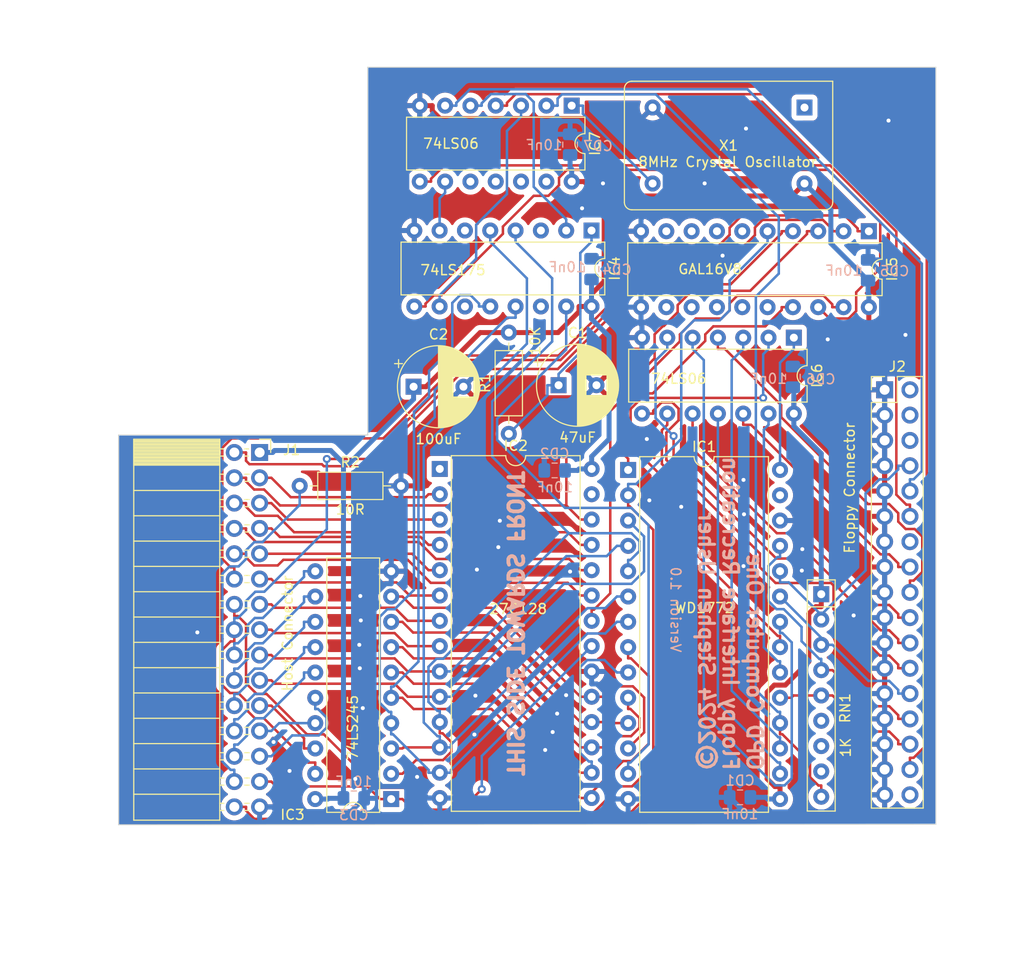
<source format=kicad_pcb>
(kicad_pcb (version 20240108) (generator "pcbnew") (generator_version "8.0")
  (layers (0 "F.Cu" signal) (31 "B.Cu" signal) (34 "B.Paste" user) (35 "F.Paste" user) (36 "B.SilkS" user "B.Silkscreen") (37 "F.SilkS" user "F.Silkscreen") (38 "B.Mask" user) (39 "F.Mask" user) (44 "Edge.Cuts" user))
  (net 0 "")
  (net 1 "+5V")
  (net 2 "GND")
  (net 3 "Net-(IC4-~{Mr})")
  (net 4 "_1772CS")
  (net 5 "A0")
  (net 6 "A1")
  (net 7 "ID0")
  (net 8 "ID1")
  (net 9 "ID2")
  (net 10 "ID3")
  (net 11 "ID4")
  (net 12 "ID5")
  (net 13 "ID6")
  (net 14 "ID7")
  (net 15 "_MRESET")
  (net 16 "ISTEP")
  (net 17 "DIRC")
  (net 18 "CLOCK")
  (net 19 "_RD")
  (net 20 "MOTOR")
  (net 21 "WRT_GATE")
  (net 22 "WRT_DATA")
  (net 23 "_TRACK0")
  (net 24 "INDEX")
  (net 25 "_WR_PROT")
  (net 27 "INTRQ")
  (net 29 "A12")
  (net 30 "A7")
  (net 31 "A6")
  (net 32 "A5")
  (net 33 "A4")
  (net 34 "A3")
  (net 35 "A2")
  (net 36 "A10")
  (net 37 "_ROMOE")
  (net 38 "A11")
  (net 39 "A9")
  (net 40 "A8")
  (net 41 "A13")
  (net 43 "D7")
  (net 44 "D6")
  (net 45 "D5")
  (net 46 "D4")
  (net 47 "D3")
  (net 48 "D2")
  (net 49 "D1")
  (net 50 "D0")
  (net 51 "_CE")
  (net 52 "175Q0")
  (net 55 "175Q1")
  (net 56 "175CP")
  (net 57 "175Q2")
  (net 60 "A14")
  (net 61 "_OE")
  (net 62 "_INTR")
  (net 63 "DIR")
  (net 64 "_WD")
  (net 65 "_WE")
  (net 66 "_STEP")
  (net 67 "MOTORON")
  (net 68 "R{slash}W")
  (net 69 "_SEL1")
  (net 70 "_SIDE")
  (net 71 "_SEL0")
  (net 84 "OC_CLOCK")
  (net 86 "_MODULE_DETECT")
  (footprint "Package_DIP:DIP-28_W15.24mm" (layer "F.Cu") (at 99.125 70.4)
    (property "Reference" "IC1")
    (property "Value" "WD1772")
  )
  (footprint "Package_DIP:DIP-14_W7.62mm" (layer "F.Cu") (at 115.75 57.13 -90)
    (property "Reference" "IC6")
    (property "Value" "74LS06")
  )
  (footprint "Package_DIP:DIP-14_W7.62mm" (layer "F.Cu") (at 93.46 33.85 -90)
    (property "Reference" "IC7")
    (property "Value" "74LS06")
  )
  (footprint "Connector_PinSocket_2.54mm:PinSocket_2x15_P2.54mm_Horizontal" (layer "F.Cu") (at 62.15 68.65)
    (property "Reference" "J1")
    (property "Value" "Host Connector")
  )
  (footprint "Package_DIP:DIP-20_W7.62mm" (layer "F.Cu") (at 123.275 46.45 -90)
    (property "Reference" "IC5")
    (property "Value" "GAL16V8")
  )
  (footprint "Oscillator:Oscillator_DIP-14" (layer "F.Cu") (at 116.82 34.04 180)
    (property "Reference" "X1")
    (property "Value" "8MHz Crystal Oscillator")
  )
  (footprint "Package_DIP:DIP-20_W7.62mm" (layer "F.Cu") (at 75.35 103.425 180)
    (property "Reference" "IC3")
    (property "Value" "74LS245")
  )
  (footprint "Capacitor_THT:CP_Radial_D8.0mm_P5.00mm" (layer "F.Cu") (at 77.5973 62.05)
    (property "Reference" "C2")
    (property "Value" "100uF")
  )
  (footprint "Capacitor_THT:CP_Radial_D8.0mm_P3.80mm" (layer "F.Cu") (at 92.1473 61.9)
    (property "Reference" "C1")
    (property "Value" "47uF")
  )
  (footprint "Resistor_THT:R_Axial_DIN0207_L6.3mm_D2.5mm_P10.16mm_Horizontal" (layer "F.Cu") (at 66.17 72)
    (property "Reference" "R2")
    (property "Value" "10R")
  )
  (footprint "Resistor_THT:R_Axial_DIN0207_L6.3mm_D2.5mm_P10.16mm_Horizontal" (layer "F.Cu") (at 87.15 66.78 90)
    (property "Reference" "R1")
    (property "Value" "10K")
  )
  (footprint "Resistor_THT:R_Array_SIP9" (layer "F.Cu") (at 118.5 82.87 -90)
    (property "Reference" "RN1")
    (property "Value" "1K")
  )
  (footprint "Package_DIP:DIP-16_W7.62mm" (layer "F.Cu") (at 95.45 46.38 -90)
    (property "Reference" "IC4")
    (property "Value" "74LS175")
  )
  (footprint "Connector_PinHeader_2.54mm:PinHeader_2x17_P2.54mm_Vertical" (layer "F.Cu") (at 124.86 62.36)
    (property "Reference" "J2")
    (property "Value" "Floppy Connector")
  )
  (footprint "Package_DIP:DIP-28_W15.24mm" (layer "F.Cu") (at 80.225 70.3)
    (property "Reference" "IC2")
    (property "Value" "27C128")
  )
  (footprint "Capacitor_SMD:C_0805_2012Metric_Pad1.18x1.45mm_HandSolder" (layer "B.Cu") (at 93.3 37.7625 90)
    (property "Reference" "CD7")
    (property "Value" "10nF")
  )
  (footprint "Capacitor_SMD:C_0805_2012Metric_Pad1.18x1.45mm_HandSolder" (layer "B.Cu") (at 115.65 61.0625 90)
    (property "Reference" "CD6")
    (property "Value" "10nF")
  )
  (footprint "Capacitor_SMD:C_0805_2012Metric_Pad1.18x1.45mm_HandSolder" (layer "B.Cu") (at 95.45 50.25 90)
    (property "Reference" "CD4")
    (property "Value" "10nF")
  )
  (footprint "Capacitor_SMD:C_0805_2012Metric_Pad1.18x1.45mm_HandSolder" (layer "B.Cu") (at 123.2 50.3625 90)
    (property "Reference" "CD5")
    (property "Value" "10nF")
  )
  (footprint "Capacitor_SMD:C_0805_2012Metric_Pad1.18x1.45mm_HandSolder" (layer "B.Cu") (at 91.75 70.45 180)
    (property "Reference" "CD2")
    (property "Value" "10nF")
  )
  (footprint "Capacitor_SMD:C_0805_2012Metric_Pad1.18x1.45mm_HandSolder" (layer "B.Cu") (at 110.35 103.25 180)
    (property "Reference" "CD1")
    (property "Value" "10nF")
  )
  (footprint "Capacitor_SMD:C_0805_2012Metric_Pad1.18x1.45mm_HandSolder" (layer "B.Cu") (at 71.6 103.35)
    (property "Reference" "CD3")
    (property "Value" "10nF")
  )
  (gr_line (start 48 66.9) (end 73 66.9) (stroke (width 0.1)) (layer "Edge.Cuts"))
  (gr_line (start 73 66.9) (end 73 30) (stroke (width 0.1)) (layer "Edge.Cuts"))
  (gr_line (start 48 106) (end 48 66.9) (stroke (width 0.1)) (layer "Edge.Cuts"))
  (gr_line (start 48 106) (end 130 105.95) (stroke (width 0.1)) (layer "Edge.Cuts"))
  (gr_line (start 130 30) (end 130 105.95) (stroke (width 0.1)) (layer "Edge.Cuts"))
  (gr_line (start 73 30) (end 130 30) (stroke (width 0.1)) (layer "Edge.Cuts"))
  (gr_text "Version 1.0" (at 103.3 88.8 -90) (layer "B.SilkS") (effects (font (size 1 1)) (justify left bottom mirror)))
  (gr_text "OPD Computer One\nFloppy Interface Recreation\n©2024 Stephen Usher" (at 106.1 100.7 270) (layer "B.SilkS") (effects (font (size 1.5 1.5) (thickness 0.3) (bold yes)) (justify left bottom mirror)))
  (gr_text "THIS SIDE TOWARDS FRONT" (at 86.9 101.3 270) (layer "B.SilkS") (effects (font (size 1.5 1.5) (thickness 0.375) (bold yes)) (justify left bottom mirror)))
  (segment (start 118.5 82.87) (end 118.5 84.1201) (width 0.5) (layer "F.Cu") (net 1))
  (segment (start 115.75 64.75) (end 115.75 63.4999) (width 0.5) (layer "F.Cu") (net 1))
  (segment (start 117.953 84.1201) (end 117.2499 84.8232) (width 0.5) (layer "F.Cu") (net 1))
  (segment (start 117.2499 89.6321) (end 114.892 91.99) (width 0.5) (layer "F.Cu") (net 1))
  (segment (start 77.5973 62.05) (end 78.8474 62.05) (width 0.5) (layer "F.Cu") (net 1))
  (segment (start 113.0752 92.696) (end 113.0752 101.3981) (width 0.5) (layer "F.Cu") (net 1))
  (segment (start 87.15 56.62) (end 92.0979 56.62) (width 0.5) (layer "F.Cu") (net 1))
  (segment (start 113.7812 91.99) (end 113.0752 92.696) (width 0.5) (layer "F.Cu") (net 1))
  (segment (start 78.8474 62.05) (end 84.2774 56.62) (width 0.5) (layer "F.Cu") (net 1))
  (segment (start 115.564 42.916) (end 96.7204 42.916) (width 0.5) (layer "F.Cu") (net 1))
  (segment (start 113.847 102.1699) (end 114.365 102.1699) (width 0.5) (layer "F.Cu") (net 1))
  (segment (start 96.7204 42.916) (end 96.7204 51.4795) (width 0.5) (layer "F.Cu") (net 1))
  (segment (start 84.2774 56.62) (end 87.15 56.62) (width 0.5) (layer "F.Cu") (net 1))
  (segment (start 117.2499 84.8232) (end 117.2499 89.6321) (width 0.5) (layer "F.Cu") (net 1))
  (segment (start 114.892 91.99) (end 113.7812 91.99) (width 0.5) (layer "F.Cu") (net 1))
  (segment (start 92.0979 56.62) (end 94.1999 54.518) (width 0.5) (layer "F.Cu") (net 1))
  (segment (start 116.82 41.66) (end 115.564 42.916) (width 0.5) (layer "F.Cu") (net 1))
  (segment (start 93.46 41.47) (end 94.7101 41.47) (width 0.5) (layer "F.Cu") (net 1))
  (segment (start 118.5 84.1201) (end 117.953 84.1201) (width 0.5) (layer "F.Cu") (net 1))
  (segment (start 123.275 54.07) (end 123.275 55.9749) (width 0.5) (layer "F.Cu") (net 1))
  (segment (start 95.45 54) (end 94.1999 54) (width 0.5) (layer "F.Cu") (net 1))
  (segment (start 95.45 54) (end 95.45 52.7499) (width 0.5) (layer "F.Cu") (net 1))
  (segment (start 114.365 103.42) (end 114.365 102.1699) (width 0.5) (layer "F.Cu") (net 1))
  (segment (start 96.7204 42.916) (end 96.1561 42.916) (width 0.5) (layer "F.Cu") (net 1))
  (segment (start 96.7204 51.4795) (end 95.45 52.7499) (width 0.5) (layer "F.Cu") (net 1))
  (segment (start 94.1999 54.518) (end 94.1999 54) (width 0.5) (layer "F.Cu") (net 1))
  (segment (start 123.275 55.9749) (end 115.75 63.4999) (width 0.5) (layer "F.Cu") (net 1))
  (segment (start 113.0752 101.3981) (end 113.847 102.1699) (width 0.5) (layer "F.Cu") (net 1))
  (segment (start 96.1561 42.916) (end 94.7101 41.47) (width 0.5) (layer "F.Cu") (net 1))
  (segment (start 95.45 55.2501) (end 97.2112 57.0113) (width 0.5) (layer "B.Cu") (net 1))
  (segment (start 115.65 62.1) (end 115.75 62.2) (width 0.5) (layer "B.Cu") (net 1))
  (segment (start 114.365 103.42) (end 113.1149 103.42) (width 0.5) (layer "B.Cu") (net 1))
  (segment (start 95.45 51.2875) (end 95.45 54) (width 0.5) (layer "B.Cu") (net 1))
  (segment (start 123.275 52.8199) (end 123.2 52.7449) (width 0.5) (layer "B.Cu") (net 1))
  (segment (start 118.5 68.7501) (end 118.5 82.87) (width 0.5) (layer "B.Cu") (net 1))
  (segment (start 70.5625 103.35) (end 70.5625 69.736) (width 0.5) (layer "B.Cu") (net 1))
  (segment (start 77.5973 62.05) (end 77.5973 63.3001) (width 0.5) (layer "B.Cu") (net 1))
  (segment (start 94.0649 70.45) (end 94.2149 70.3) (width 0.5) (layer "B.Cu") (net 1))
  (segment (start 119.465 47.665) (end 123.2 51.4) (width 0.5) (layer "B.Cu") (net 1))
  (segment (start 70.5625 103.35) (end 69.0551 103.35) (width 0.5) (layer "B.Cu") (net 1))
  (segment (start 62.15 68.65) (end 63.4501 68.65) (width 0.5) (layer "B.Cu") (net 1))
  (segment (start 115.75 62.2) (end 115.75 64.75) (width 0.5) (layer "B.Cu") (net 1))
  (segment (start 93.46 41.47) (end 93.46 40.2199) (width 0.5) (layer "B.Cu") (net 1))
  (segment (start 95.465 70.3) (end 94.2149 70.3) (width 0.5) (layer "B.Cu") (net 1))
  (segment (start 93.46 40.2199) (end 93.3 40.0599) (width 0.5) (layer "B.Cu") (net 1))
  (segment (start 92.7875 70.45) (end 94.0649 70.45) (width 0.5) (layer "B.Cu") (net 1))
  (segment (start 119.465 44.305) (end 119.465 47.665) (width 0.5) (layer "B.Cu") (net 1))
  (segment (start 95.45 54) (end 95.45 55.2501) (width 0.5) (layer "B.Cu") (net 1))
  (segment (start 111.3875 103.25) (end 112.9449 103.25) (width 0.5) (layer "B.Cu") (net 1))
  (segment (start 93.3 40.0599) (end 93.3 38.8) (width 0.5) (layer "B.Cu") (net 1))
  (segment (start 112.9449 103.25) (end 113.1149 103.42) (width 0.5) (layer "B.Cu") (net 1))
  (segment (start 123.275 54.07) (end 123.275 52.8199) (width 0.5) (layer "B.Cu") (net 1))
  (segment (start 70.5625 69.736) (end 69.2757 68.4492) (width 0.5) (layer "B.Cu") (net 1))
  (segment (start 97.2112 57.0113) (end 97.2112 67.3037) (width 0.5) (layer "B.Cu") (net 1))
  (segment (start 67.73 103.425) (end 68.9801 103.425) (width 0.5) (layer "B.Cu") (net 1))
  (segment (start 123.2 52.7449) (end 123.2 51.4) (width 0.5) (layer "B.Cu") (net 1))
  (segment (start 70.5625 69.736) (end 71.1614 69.736) (width 0.5) (layer "B.Cu") (net 1))
  (segment (start 116.82 41.66) (end 119.465 44.305) (width 0.5) (layer "B.Cu") (net 1))
  (segment (start 69.0551 103.35) (end 68.9801 103.425) (width 0.5) (layer "B.Cu") (net 1))
  (segment (start 95.465 70.3) (end 95.465 69.0499) (width 0.5) (layer "B.Cu") (net 1))
  (segment (start 71.1614 69.736) (end 77.5973 63.3001) (width 0.5) (layer "B.Cu") (net 1))
  (segment (start 115.75 64.75) (end 115.75 66.0001) (width 0.5) (layer "B.Cu") (net 1))
  (segment (start 97.2112 67.3037) (end 95.465 69.0499) (width 0.5) (layer "B.Cu") (net 1))
  (segment (start 69.2757 68.4492) (end 63.6509 68.4492) (width 0.5) (layer "B.Cu") (net 1))
  (segment (start 63.6509 68.4492) (end 63.4501 68.65) (width 0.5) (layer "B.Cu") (net 1))
  (segment (start 115.75 66.0001) (end 118.5 68.7501) (width 0.5) (layer "B.Cu") (net 1))
  (segment (start 99.4672 58.3801) (end 100.51 58.3801) (width 0.5) (layer "F.Cu") (net 2))
  (segment (start 124.86 80.14) (end 123.5599 80.14) (width 0.5) (layer "F.Cu") (net 2))
  (segment (start 80.2442 35.1421) (end 79.4701 34.368) (width 0.5) (layer "F.Cu") (net 2))
  (segment (start 83.7025 63.1552) (end 82.5973 62.05) (width 0.5) (layer "F.Cu") (net 2))
  (segment (start 76.33 72) (end 76.33 70.5277) (width 0.5) (layer "F.Cu") (net 2))
  (segment (start 118.8999 75.48) (end 123.5599 80.14) (width 0.5) (layer "F.Cu") (net 2))
  (segment (start 95.9473 61.9) (end 99.4672 58.3801) (width 0.5) (layer "F.Cu") (net 2))
  (segment (start 83.7025 63.1552) (end 94.6921 63.1552) (width 0.5) (layer "F.Cu") (net 2))
  (segment (start 78.22 33.85) (end 79.4701 33.85) (width 0.5) (layer "F.Cu") (net 2))
  (segment (start 124.86 72.52) (end 124.86 69.98) (width 0.5) (layer "F.Cu") (net 2))
  (segment (start 124.86 100.46) (end 124.86 97.92) (width 0.5) (layer "F.Cu") (net 2))
  (segment (start 79.4701 34.368) (end 79.4701 33.85) (width 0.5) (layer "F.Cu") (net 2))
  (segment (start 100.4779 35.1421) (end 80.2442 35.1421) (width 0.5) (layer "F.Cu") (net 2))
  (segment (start 100.51 57.13) (end 100.51 58.3801) (width 0.5) (layer "F.Cu") (net 2))
  (segment (start 101.58 34.04) (end 100.4779 35.1421) (width 0.5) (layer "F.Cu") (net 2))
  (segment (start 76.33 70.5277) (end 83.7025 63.1552) (width 0.5) (layer "F.Cu") (net 2))
  (segment (start 124.86 92.84) (end 124.86 90.3) (width 0.5) (layer "F.Cu") (net 2))
  (segment (start 94.6921 63.1552) (end 95.9473 61.9) (width 0.5) (layer "F.Cu") (net 2))
  (segment (start 114.365 75.48) (end 118.8999 75.48) (width 0.5) (layer "F.Cu") (net 2))
  (via (at 86.1 78.15) (size 0.8) (drill 0.4) (layers "F.Cu" "B.Cu") (net 2))
  (via (at 96.6 41.65) (size 0.8) (drill 0.4) (layers "F.Cu" "B.Cu") (net 2))
  (via (at 72.25 83.05) (size 0.8) (drill 0.4) (layers "F.Cu" "B.Cu") (net 2))
  (via (at 126.95 56.85) (size 0.8) (drill 0.4) (layers "F.Cu" "B.Cu") (net 2))
  (via (at 55.9 86.7) (size 0.8) (drill 0.4) (layers "F.Cu" "B.Cu") (net 2))
  (via (at 72.5 94.3) (size 0.8) (drill 0.4) (layers "F.Cu" "B.Cu") (net 2))
  (via (at 119.15 57.3) (size 0.8) (drill 0.4) (layers "F.Cu" "B.Cu") (net 2))
  (via (at 116.55 80.5) (size 0.8) (drill 0.4) (layers "F.Cu" "B.Cu") (net 2))
  (via (at 110.7 71.4) (size 0.8) (drill 0.4) (layers "F.Cu" "B.Cu") (net 2))
  (via (at 110.7 80.05) (size 0.8) (drill 0.4) (layers "F.Cu" "B.Cu") (net 2))
  (via (at 101.25 73.45) (size 0.8) (drill 0.4) (layers "F.Cu" "B.Cu") (net 2))
  (via (at 83.8 93.05) (size 0.8) (drill 0.4) (layers "F.Cu" "B.Cu") (net 2))
  (via (at 72.3 85.5) (size 0.8) (drill 0.4) (layers "F.Cu" "B.Cu") (net 2))
  (via (at 101 67.3) (size 0.8) (drill 0.4) (layers "F.Cu" "B.Cu") (net 2))
  (via (at 63.55 97.7) (size 0.8) (drill 0.4) (layers "F.Cu" "B.Cu") (net 2))
  (via (at 65.15 100.6) (size 0.8) (drill 0.4) (layers "F.Cu" "B.Cu") (net 2))
  (via (at 91.55 96.7) (size 0.8) (drill 0.4) (layers "F.Cu" "B.Cu") (net 2))
  (via (at 82.75 90.45) (size 0.8) (drill 0.4) (layers "F.Cu" "B.Cu") (net 2))
  (via (at 93.3 80.6) (size 0.8) (drill 0.4) (layers "F.Cu" "B.Cu") (net 2))
  (via (at 92 94.85) (size 0.8) (drill 0.4) (layers "F.Cu" "B.Cu") (net 2))
  (via (at 121.75 85) (size 0.8) (drill 0.4) (layers "F.Cu" "B.Cu") (net 2))
  (via (at 71.75 101.4) (size 0.8) (drill 0.4) (layers "F.Cu" "B.Cu") (net 2))
  (via (at 72.2 90.3) (size 0.8) (drill 0.4) (layers "F.Cu" "B.Cu") (net 2))
  (via (at 72.15 87.95) (size 0.8) (drill 0.4) (layers "F.Cu" "B.Cu") (net 2))
  (via (at 86.25 75.5) (size 0.8) (drill 0.4) (layers "F.Cu" "B.Cu") (net 2))
  (via (at 92.9 93) (size 0.8) (drill 0.4) (layers "F.Cu" "B.Cu") (net 2))
  (via (at 110.95 36.15) (size 0.8) (drill 0.4) (layers "F.Cu" "B.Cu") (net 2))
  (via (at 83.7 96.95) (size 0.8) (drill 0.4) (layers "F.Cu" "B.Cu") (net 2))
  (via (at 108.6 48.9) (size 0.8) (drill 0.4) (layers "F.Cu" "B.Cu") (net 2))
  (via (at 83.95 80.4) (size 0.8) (drill 0.4) (layers "F.Cu" "B.Cu") (net 2))
  (via (at 116.6 78.35) (size 0.8) (drill 0.4) (layers "F.Cu" "B.Cu") (net 2))
  (via (at 104.45 74.1) (size 0.8) (drill 0.4) (layers "F.Cu" "B.Cu") (net 2))
  (via (at 77.95 101.2) (size 0.8) (drill 0.4) (layers "F.Cu" "B.Cu") (net 2))
  (via (at 110.75 74.85) (size 0.8) (drill 0.4) (layers "F.Cu" "B.Cu") (net 2))
  (via (at 125.25 35.35) (size 0.8) (drill 0.4) (layers "F.Cu" "B.Cu") (net 2))
  (via (at 90.8 98.5) (size 0.8) (drill 0.4) (layers "F.Cu" "B.Cu") (net 2))
  (via (at 106.8 41.65) (size 0.8) (drill 0.4) (layers "F.Cu" "B.Cu") (net 2))
  (via (at 94.5 44.15) (size 0.8) (drill 0.4) (layers "F.Cu" "B.Cu") (net 2))
  (segment (start 77.8099 102.155) (end 78.9749 103.32) (width 0.5) (layer "B.Cu") (net 2))
  (segment (start 124.86 77.6) (end 124.86 75.06) (width 0.5) (layer "B.Cu") (net 2))
  (segment (start 63.4501 104.21) (end 63.9197 104.6796) (width 0.5) (layer "B.Cu") (net 2))
  (segment (start 63.9197 104.6796) (end 71.3079 104.6796) (width 0.5) (layer "B.Cu") (net 2))
  (segment (start 124.86 62.36) (end 124.86 60.3363) (width 0.5) (layer "B.Cu") (net 2))
  (segment (start 124.86 67.44) (end 124.86 64.9) (width 0.5) (layer "B.Cu") (net 2))
  (segment (start 124.5487 60.025) (end 115.65 60.025) (width 0.5) (layer "B.Cu") (net 2))
  (segment (start 77.67 45.1299) (end 76.9167 44.3766) (width 0.5) (layer "B.Cu") (net 2))
  (segment (start 73.6251 102.155) (end 77.8099 102.155) (width 0.5) (layer "B.Cu") (net 2))
  (segment (start 124.86 87.76) (end 124.86 85.22) (width 0.5) (layer "B.Cu") (net 2))
  (segment (start 124.86 95.38) (end 124.86 92.84) (width 0.5) (layer "B.Cu") (net 2))
  (segment (start 96.5049 102.05) (end 96.7548 101.8001) (width 0.5) (layer "B.Cu") (net 2))
  (segment (start 110.7844 104.7219) (end 121.838 104.7219) (width 0.5) (layer "B.Cu") (net 2))
  (segment (start 71.3079 104.6796) (end 72.6375 103.35) (width 0.5) (layer "B.Cu") (net 2))
  (segment (start 75.35 74.2301) (end 75.35 80.565) (width 0.5) (layer "B.Cu") (net 2))
  (segment (start 77.67 46.38) (end 77.67 45.1299) (width 0.5) (layer "B.Cu") (net 2))
  (segment (start 124.86 103) (end 123.5599 103) (width 0.5) (layer "B.Cu") (net 2))
  (segment (start 95.9473 61.9) (end 90.7125 67.1348) (width 0.5) (layer "B.Cu") (net 2))
  (segment (start 76.9167 36.4034) (end 78.22 35.1001) (width 0.5) (layer "B.Cu") (net 2))
  (segment (start 124.5487 50.6737) (end 123.2 49.325) (width 0.5) (layer "B.Cu") (net 2))
  (segment (start 124.86 97.92) (end 124.86 95.38) (width 0.5) (layer "B.Cu") (net 2))
  (segment (start 99.125 103.42) (end 100.3751 103.42) (width 0.5) (layer "B.Cu") (net 2))
  (segment (start 100.415 54.07) (end 100.415 52.8199) (width 0.5) (layer "B.Cu") (net 2))
  (segment (start 90.7125 67.1348) (end 90.7125 70.45) (width 0.5) (layer "B.Cu") (net 2))
  (segment (start 124.5487 60.025) (end 124.5487 50.6737) (width 0.5) (layer "B.Cu") (net 2))
  (segment (start 109.3125 103.25) (end 110.7844 104.7219) (width 0.5) (layer "B.Cu") (net 2))
  (segment (start 124.86 90.3) (end 124.86 87.76) (width 0.5) (layer "B.Cu") (net 2))
  (segment (start 72.6375 103.35) (end 72.6375 103.1426) (width 0.5) (layer "B.Cu") (net 2))
  (segment (start 78.22 33.85) (end 78.22 35.1001) (width 0.5) (layer "B.Cu") (net 2))
  (segment (start 100.51 55.8799) (end 100.415 55.7849) (width 0.5) (layer "B.Cu") (net 2))
  (segment (start 100.415 46.45) (end 100.415 47.7001) (width 0.5) (layer "B.Cu") (net 2))
  (segment (start 100.415 49.2125) (end 100.415 47.7001) (width 0.5) (layer "B.Cu") (net 2))
  (segment (start 96.7548 101.8001) (end 96.7548 92.6419) (width 0.5) (layer "B.Cu") (net 2))
  (segment (start 124.86 85.22) (end 124.86 82.68) (width 0.5) (layer "B.Cu") (net 2))
  (segment (start 96.7548 92.6419) (end 95.983 91.8701) (width 0.5) (layer "B.Cu") (net 2))
  (segment (start 96.5049 102.05) (end 97.8749 103.42) (width 0.5) (layer "B.Cu") (net 2))
  (segment (start 76.33 73.2501) (end 75.35 74.2301) (width 0.5) (layer "B.Cu") (net 2))
  (segment (start 75.35 81.8151) (end 74.8031 81.8151) (width 0.5) (layer "B.Cu") (net 2))
  (segment (start 124.86 103) (end 124.86 100.46) (width 0.5) (layer "B.Cu") (net 2))
  (segment (start 100.5475 45.0674) (end 100.5475 43.9725) (width 0.5) (layer "B.Cu") (net 2))
  (segment (start 124.86 80.14) (end 124.86 77.6) (width 0.5) (layer "B.Cu") (net 2))
  (segment (start 102.8417 42.2257) (end 102.8417 35.3017) (width 0.5) (layer "B.Cu") (net 2))
  (segment (start 76.9167 44.3766) (end 76.9167 36.4034) (width 0.5) (layer "B.Cu") (net 2))
  (segment (start 99.125 103.42) (end 97.8749 103.42) (width 0.5) (layer "B.Cu") (net 2))
  (segment (start 102.8417 35.3017) (end 101.58 34.04) (width 0.5) (layer "B.Cu") (net 2))
  (segment (start 80.225 103.32) (end 89.2939 103.32) (width 0.5) (layer "B.Cu") (net 2))
  (segment (start 124.86 60.3363) (end 124.5487 60.025) (width 0.5) (layer "B.Cu") (net 2))
  (segment (start 100.5451 103.25) (end 109.3125 103.25) (width 0.5) (layer "B.Cu") (net 2))
  (segment (start 124.86 75.06) (end 124.86 72.52) (width 0.5) (layer "B.Cu") (net 2))
  (segment (start 100.5475 43.9725) (end 101.0949 43.9725) (width 0.5) (layer "B.Cu") (net 2))
  (segment (start 100.3751 103.42) (end 100.5451 103.25) (width 0.5) (layer "B.Cu") (net 2))
  (segment (start 89.2939 103.32) (end 90.5639 102.05) (width 0.5) (layer "B.Cu") (net 2))
  (segment (start 76.33 72) (end 76.33 73.2501) (width 0.5) (layer "B.Cu") (net 2))
  (segment (start 80.225 103.32) (end 78.9749 103.32) (width 0.5) (layer "B.Cu") (net 2))
  (segment (start 73.6251 82.9931) (end 73.6251 102.155) (width 0.5) (layer "B.Cu") (net 2))
  (segment (start 95.45 49.2125) (end 100.415 49.2125) (width 0.5) (layer "B.Cu") (net 2))
  (segment (start 101.0949 43.9725) (end 102.8417 42.2257) (width 0.5) (layer "B.Cu") (net 2))
  (segment (start 100.415 45.1999) (end 100.5475 45.0674) (width 0.5) (layer "B.Cu") (net 2))
  (segment (start 75.35 80.565) (end 75.35 81.8151) (width 0.5) (layer "B.Cu") (net 2))
  (segment (start 100.415 55.7849) (end 100.415 54.07) (width 0.5) (layer "B.Cu") (net 2))
  (segment (start 72.6375 103.1426) (end 73.6251 102.155) (width 0.5) (layer "B.Cu") (net 2))
  (segment (start 124.86 64.9) (end 124.86 62.36) (width 0.5) (layer "B.Cu") (net 2))
  (segment (start 90.5639 102.05) (end 96.5049 102.05) (width 0.5) (layer "B.Cu") (net 2))
  (segment (start 100.415 52.8199) (end 100.415 49.2125) (width 0.5) (layer "B.Cu") (net 2))
  (segment (start 95.465 90.62) (end 95.465 91.8701) (width 0.5) (layer "B.Cu") (net 2))
  (segment (start 74.8031 81.8151) (end 73.6251 82.9931) (width 0.5) (layer "B.Cu") (net 2))
  (segment (start 124.86 82.68) (end 124.86 80.14) (width 0.5) (layer "B.Cu") (net 2))
  (segment (start 62.15 104.21) (end 63.4501 104.21) (width 0.5) (layer "B.Cu") (net 2))
  (segment (start 124.86 69.98) (end 124.86 67.44) (width 0.5) (layer "B.Cu") (net 2))
  (segment (start 95.983 91.8701) (end 95.465 91.8701) (width 0.5) (layer "B.Cu") (net 2))
  (segment (start 100.51 57.13) (end 100.51 55.8799) (width 0.5) (layer "B.Cu") (net 2))
  (segment (start 100.415 46.45) (end 100.415 45.1999) (width 0.5) (layer "B.Cu") (net 2))
  (segment (start 100.5475 43.9725) (end 93.3 36.725) (width 0.5) (layer "B.Cu") (net 2))
  (segment (start 121.838 104.7219) (end 123.5599 103) (width 0.5) (layer "B.Cu") (net 2))
  (segment (start 91.0222 62.9078) (end 91.0222 61.9) (width 0.25) (layer "B.Cu") (net 3))
  (segment (start 94.3249 48.6302) (end 95.45 47.5051) (width 0.25) (layer "B.Cu") (net 3))
  (segment (start 87.15 66.78) (end 91.0222 62.9078) (width 0.25) (layer "B.Cu") (net 3))
  (segment (start 92.1473 60.7749) (end 94.3249 58.5973) (width 0.25) (layer "B.Cu") (net 3))
  (segment (start 92.1473 61.9) (end 92.1473 60.7749) (width 0.25) (layer "B.Cu") (net 3))
  (segment (start 95.45 46.38) (end 95.45 47.5051) (width 0.25) (layer "B.Cu") (net 3))
  (segment (start 94.3249 58.5973) (end 94.3249 48.6302) (width 0.25) (layer "B.Cu") (net 3))
  (segment (start 92.1473 61.9) (end 91.0222 61.9) (width 0.25) (layer "B.Cu") (net 3))
  (segment (start 101.5909 62.7246) (end 100.2411 62.7246) (width 0.25) (layer "F.Cu") (net 4))
  (segment (start 98.8838 69.0337) (end 99.125 69.2749) (width 0.25) (layer "F.Cu") (net 4))
  (segment (start 99.125 70.4) (end 99.125 69.2749) (width 0.25) (layer "F.Cu") (net 4))
  (segment (start 107.6683 55.9952) (end 106.86 56.8035) (width 0.25) (layer "F.Cu") (net 4))
  (segment (start 98.8838 64.0819) (end 98.8838 69.0337) (width 0.25) (layer "F.Cu") (net 4))
  (segment (start 100.2411 62.7246) (end 98.8838 64.0819) (width 0.25) (layer "F.Cu") (net 4))
  (segment (start 115.655 54.07) (end 114.5299 54.07) (width 0.25) (layer "F.Cu") (net 4))
  (segment (start 114.5299 54.3513) (end 112.886 55.9952) (width 0.25) (layer "F.Cu") (net 4))
  (segment (start 114.5299 54.07) (end 114.5299 54.3513) (width 0.25) (layer "F.Cu") (net 4))
  (segment (start 106.86 56.8035) (end 106.86 57.4555) (width 0.25) (layer "F.Cu") (net 4))
  (segment (start 106.86 57.4555) (end 101.5909 62.7246) (width 0.25) (layer "F.Cu") (net 4))
  (segment (start 112.886 55.9952) (end 107.6683 55.9952) (width 0.25) (layer "F.Cu") (net 4))
  (segment (start 63.6653 91.8502) (end 75.697 91.8502) (width 0.25) (layer "F.Cu") (net 5))
  (segment (start 75.697 91.8502) (end 77.0068 93.16) (width 0.25) (layer "F.Cu") (net 5))
  (segment (start 77.0068 93.16) (end 80.225 93.16) (width 0.25) (layer "F.Cu") (net 5))
  (segment (start 63.3251 91.51) (end 63.6653 91.8502) (width 0.25) (layer "F.Cu") (net 5))
  (segment (start 62.15 91.51) (end 63.3251 91.51) (width 0.25) (layer "F.Cu") (net 5))
  (segment (start 99.4645 81.83) (end 100.7173 80.5772) (width 0.25) (layer "B.Cu") (net 5))
  (segment (start 92.6801 81.83) (end 99.4645 81.83) (width 0.25) (layer "B.Cu") (net 5))
  (segment (start 80.225 93.16) (end 81.3501 93.16) (width 0.25) (layer "B.Cu") (net 5))
  (segment (start 100.7173 77.0723) (end 99.125 75.48) (width 0.25) (layer "B.Cu") (net 5))
  (segment (start 81.3501 93.16) (end 92.6801 81.83) (width 0.25) (layer "B.Cu") (net 5))
  (segment (start 100.7173 80.5772) (end 100.7173 77.0723) (width 0.25) (layer "B.Cu") (net 5))
  (segment (start 63.6653 89.3102) (end 75.697 89.3102) (width 0.25) (layer "F.Cu") (net 6))
  (segment (start 75.697 89.3102) (end 77.0068 90.62) (width 0.25) (layer "F.Cu") (net 6))
  (segment (start 62.15 88.97) (end 63.3251 88.97) (width 0.25) (layer "F.Cu") (net 6))
  (segment (start 63.3251 88.97) (end 63.6653 89.3102) (width 0.25) (layer "F.Cu") (net 6))
  (segment (start 77.0068 90.62) (end 80.225 90.62) (width 0.25) (layer "F.Cu") (net 6))
  (segment (start 99.125 78.02) (end 97.9999 78.02) (width 0.25) (layer "B.Cu") (net 6))
  (segment (start 92.9218 79.0483) (end 96.9716 79.0483) (width 0.25) (layer "B.Cu") (net 6))
  (segment (start 96.9716 79.0483) (end 97.9999 78.02) (width 0.25) (layer "B.Cu") (net 6))
  (segment (start 80.225 90.62) (end 81.3501 90.62) (width 0.25) (layer "B.Cu") (net 6))
  (segment (start 81.3501 90.62) (end 92.9218 79.0483) (width 0.25) (layer "B.Cu") (net 6))
  (segment (start 75.35 100.885) (end 76.4751 100.885) (width 0.25) (layer "F.Cu") (net 7))
  (segment (start 80.5546 99.51) (end 77.8501 99.51) (width 0.25) (layer "F.Cu") (net 7))
  (segment (start 80.225 96.8251) (end 80.5063 96.8251) (width 0.25) (layer "F.Cu") (net 7))
  (segment (start 81.384 98.6806) (end 80.5546 99.51) (width 0.25) (layer "F.Cu") (net 7))
  (segment (start 81.384 97.7028) (end 81.384 98.6806) (width 0.25) (layer "F.Cu") (net 7))
  (segment (start 80.225 95.7) (end 80.225 96.8251) (width 0.25) (layer "F.Cu") (net 7))
  (segment (start 80.5063 96.8251) (end 81.384 97.7028) (width 0.25) (layer "F.Cu") (net 7))
  (segment (start 77.8501 99.51) (end 76.4751 100.885) (width 0.25) (layer "F.Cu") (net 7))
  (segment (start 91.5001 51.1752) (end 91.5001 57.5156) (width 0.25) (layer "B.Cu") (net 7))
  (segment (start 79.0916 90.1497) (end 79.9001 89.3412) (width 0.25) (layer "B.Cu") (net 7))
  (segment (start 79.9001 89.3412) (end 80.5769 89.3412) (width 0.25) (layer "B.Cu") (net 7))
  (segment (start 80.5769 89.3412) (end 93.1681 76.75) (width 0.25) (layer "B.Cu") (net 7))
  (segment (start 79.0916 93.6771) (end 79.0916 90.1497) (width 0.25) (layer "B.Cu") (net 7))
  (segment (start 91.5001 57.5156) (end 85.4838 63.5319) (width 0.25) (layer "B.Cu") (net 7))
  (segment (start 87.83 46.38) (end 87.83 47.5051) (width 0.25) (layer "B.Cu") (net 7))
  (segment (start 100.2672 78.5258) (end 99.3581 79.4349) (width 0.25) (layer "B.Cu") (net 7))
  (segment (start 99.3581 79.4349) (end 99.125 79.4349) (width 0.25) (layer "B.Cu") (net 7))
  (segment (start 93.1681 76.75) (end 99.4534 76.75) (width 0.25) (layer "B.Cu") (net 7))
  (segment (start 87.83 47.5051) (end 91.5001 51.1752) (width 0.25) (layer "B.Cu") (net 7))
  (segment (start 100.2672 77.5638) (end 100.2672 78.5258) (width 0.25) (layer "B.Cu") (net 7))
  (segment (start 80.225 95.7) (end 80.225 94.5749) (width 0.25) (layer "B.Cu") (net 7))
  (segment (start 80.225 94.5749) (end 79.9894 94.5749) (width 0.25) (layer "B.Cu") (net 7))
  (segment (start 99.4534 76.75) (end 100.2672 77.5638) (width 0.25) (layer "B.Cu") (net 7))
  (segment (start 99.125 80.56) (end 99.125 79.4349) (width 0.25) (layer "B.Cu") (net 7))
  (segment (start 85.4838 69.0657) (end 93.1681 76.75) (width 0.25) (layer "B.Cu") (net 7))
  (segment (start 85.4838 63.5319) (end 85.4838 69.0657) (width 0.25) (layer "B.Cu") (net 7))
  (segment (start 79.9894 94.5749) (end 79.0916 93.6771) (width 0.25) (layer "B.Cu") (net 7))
  (segment (start 75.35 98.345) (end 76.4751 98.345) (width 0.25) (layer "F.Cu") (net 8))
  (segment (start 76.5801 98.24) (end 76.4751 98.345) (width 0.25) (layer "F.Cu") (net 8))
  (segment (start 80.225 98.24) (end 76.5801 98.24) (width 0.25) (layer "F.Cu") (net 8))
  (segment (start 96.8299 84.27) (end 97.9999 83.1) (width 0.25) (layer "B.Cu") (net 8))
  (segment (start 78.6169 68.0856) (end 78.6169 95.74) (width 0.25) (layer "B.Cu") (net 8))
  (segment (start 95.0388 84.27) (end 96.8299 84.27) (width 0.25) (layer "B.Cu") (net 8))
  (segment (start 81.3501 97.9587) (end 95.0388 84.27) (width 0.25) (layer "B.Cu") (net 8))
  (segment (start 88.9658 51.1809) (end 88.9658 57.7367) (width 0.25) (layer "B.Cu") (net 8))
  (segment (start 85.29 46.38) (end 85.29 47.5051) (width 0.25) (layer "B.Cu") (net 8))
  (segment (start 99.125 83.1) (end 97.9999 83.1) (width 0.25) (layer "B.Cu") (net 8))
  (segment (start 88.9658 57.7367) (end 78.6169 68.0856) (width 0.25) (layer "B.Cu") (net 8))
  (segment (start 85.29 47.5051) (end 88.9658 51.1809) (width 0.25) (layer "B.Cu") (net 8))
  (segment (start 81.3501 98.24) (end 81.3501 97.9587) (width 0.25) (layer "B.Cu") (net 8))
  (segment (start 80.225 98.24) (end 81.3501 98.24) (width 0.25) (layer "B.Cu") (net 8))
  (segment (start 80.225 98.24) (end 80.225 97.1149) (width 0.25) (layer "B.Cu") (net 8))
  (segment (start 78.6169 95.74) (end 79.9918 97.1149) (width 0.25) (layer "B.Cu") (net 8))
  (segment (start 79.9918 97.1149) (end 80.225 97.1149) (width 0.25) (layer "B.Cu") (net 8))
  (segment (start 77.6355 82.441) (end 75.7015 84.375) (width 0.25) (layer "B.Cu") (net 9))
  (segment (start 95.0388 86.81) (end 96.8299 86.81) (width 0.25) (layer "B.Cu") (net 9))
  (segment (start 83.3057 52.8595) (end 82.263 52.8595) (width 0.25) (layer "B.Cu") (net 9))
  (segment (start 75.5331 96.9301) (end 79.0999 100.4969) (width 0.25) (layer "B.Cu") (net 9))
  (segment (start 79.1509 63.0444) (end 77.6355 64.5598) (width 0.25) (layer "B.Cu") (net 9))
  (segment (start 79.0999 100.4969) (end 79.0999 100.78) (width 0.25) (layer "B.Cu") (net 9))
  (segment (start 75.35 95.805) (end 75.35 96.9301) (width 0.25) (layer "B.Cu") (net 9))
  (segment (start 75.35 95.805) (end 75.35 94.6799) (width 0.25) (layer "B.Cu") (net 9))
  (segment (start 74.2003 85.1378) (end 74.2003 93.7634) (width 0.25) (layer "B.Cu") (net 9))
  (segment (start 84.1649 54) (end 84.1649 53.7187) (width 0.25) (layer "B.Cu") (net 9))
  (segment (start 77.6355 64.5598) (end 77.6355 82.441) (width 0.25) (layer "B.Cu") (net 9))
  (segment (start 85.29 54) (end 84.1649 54) (width 0.25) (layer "B.Cu") (net 9))
  (segment (start 80.225 100.78) (end 81.3501 100.78) (width 0.25) (layer "B.Cu") (net 9))
  (segment (start 74.2003 93.7634) (end 75.1168 94.6799) (width 0.25) (layer "B.Cu") (net 9))
  (segment (start 79.6767 100.78) (end 79.0999 100.78) (width 0.25) (layer "B.Cu") (net 9))
  (segment (start 81.3501 100.4987) (end 95.0388 86.81) (width 0.25) (layer "B.Cu") (net 9))
  (segment (start 75.1168 94.6799) (end 75.35 94.6799) (width 0.25) (layer "B.Cu") (net 9))
  (segment (start 74.9631 84.375) (end 74.2003 85.1378) (width 0.25) (layer "B.Cu") (net 9))
  (segment (start 79.6767 100.78) (end 80.225 100.78) (width 0.25) (layer "B.Cu") (net 9))
  (segment (start 96.8299 86.81) (end 97.9999 85.64) (width 0.25) (layer "B.Cu") (net 9))
  (segment (start 75.7015 84.375) (end 74.9631 84.375) (width 0.25) (layer "B.Cu") (net 9))
  (segment (start 84.1649 53.7187) (end 83.3057 52.8595) (width 0.25) (layer "B.Cu") (net 9))
  (segment (start 82.263 52.8595) (end 81.48 53.6425) (width 0.25) (layer "B.Cu") (net 9))
  (segment (start 99.125 85.64) (end 97.9999 85.64) (width 0.25) (layer "B.Cu") (net 9))
  (segment (start 75.35 96.9301) (end 75.5331 96.9301) (width 0.25) (layer "B.Cu") (net 9))
  (segment (start 81.3501 100.78) (end 81.3501 100.4987) (width 0.25) (layer "B.Cu") (net 9))
  (segment (start 81.48 58.1235) (end 79.1509 60.4526) (width 0.25) (layer "B.Cu") (net 9))
  (segment (start 81.48 53.6425) (end 81.48 58.1235) (width 0.25) (layer "B.Cu") (net 9))
  (segment (start 79.1509 60.4526) (end 79.1509 63.0444) (width 0.25) (layer "B.Cu") (net 9))
  (segment (start 99.125 89.3051) (end 99.4063 89.3051) (width 0.25) (layer "F.Cu") (net 10))
  (segment (start 101.1894 97.8675) (end 99.4469 99.61) (width 0.25) (layer "F.Cu") (net 10))
  (segment (start 77.6002 94.3901) (end 85.41 94.3901) (width 0.25) (layer "F.Cu") (net 10))
  (segment (start 95.465 103.32) (end 94.9025 103.32) (width 0.25) (layer "F.Cu") (net 10))
  (segment (start 75.35 93.265) (end 76.4751 93.265) (width 0.25) (layer "F.Cu") (net 10))
  (segment (start 99.4469 99.61) (end 98.6125 99.61) (width 0.25) (layer "F.Cu") (net 10))
  (segment (start 94.9025 103.32) (end 94.3399 103.32) (width 0.25) (layer "F.Cu") (net 10))
  (segment (start 76.4751 93.265) (end 77.6002 94.3901) (width 0.25) (layer "F.Cu") (net 10))
  (segment (start 99.4063 89.3051) (end 101.1894 91.0882) (width 0.25) (layer "F.Cu") (net 10))
  (segment (start 98.6125 99.61) (end 94.9025 103.32) (width 0.25) (layer "F.Cu") (net 10))
  (segment (start 99.125 88.18) (end 99.125 89.3051) (width 0.25) (layer "F.Cu") (net 10))
  (segment (start 101.1894 91.0882) (end 101.1894 97.8675) (width 0.25) (layer "F.Cu") (net 10))
  (segment (start 85.41 94.3901) (end 94.3399 103.32) (width 0.25) (layer "F.Cu") (net 10))
  (segment (start 75.5831 92.1399) (end 75.35 92.1399) (width 0.25) (layer "B.Cu") (net 10))
  (segment (start 78.0857 66.7266) (end 78.0857 89.6373) (width 0.25) (layer "B.Cu") (net 10))
  (segment (start 78.0857 89.6373) (end 75.5831 92.1399) (width 0.25) (layer "B.Cu") (net 10))
  (segment (start 75.35 93.265) (end 75.35 92.1399) (width 0.25) (layer "B.Cu") (net 10))
  (segment (start 79.7109 62.4004) (end 79.7109 65.1014) (width 0.25) (layer "B.Cu") (net 10))
  (segment (start 87.83 55.1251) (end 86.9862 55.1251) (width 0.25) (layer "B.Cu") (net 10))
  (segment (start 87.83 54) (end 87.83 55.1251) (width 0.25) (layer "B.Cu") (net 10))
  (segment (start 86.9862 55.1251) (end 79.7109 62.4004) (width 0.25) (layer "B.Cu") (net 10))
  (segment (start 79.7109 65.1014) (end 78.0857 66.7266) (width 0.25) (layer "B.Cu") (net 10))
  (segment (start 77.6002 91.8501) (end 85.41 91.8501) (width 0.25) (layer "F.Cu") (net 11))
  (segment (start 85.41 91.8501) (end 94.3399 100.78) (width 0.25) (layer "F.Cu") (net 11))
  (segment (start 75.35 90.725) (end 76.4751 90.725) (width 0.25) (layer "F.Cu") (net 11))
  (segment (start 95.465 100.78) (end 94.3399 100.78) (width 0.25) (layer "F.Cu") (net 11))
  (segment (start 76.4751 90.725) (end 77.6002 91.8501) (width 0.25) (layer "F.Cu") (net 11))
  (segment (start 94.3181 90.1736) (end 95.0166 89.4751) (width 0.25) (layer "B.Cu") (net 11))
  (segment (start 96.755 89.4751) (end 97.9999 90.72) (width 0.25) (layer "B.Cu") (net 11))
  (segment (start 95.0166 89.4751) (end 96.755 89.4751) (width 0.25) (layer "B.Cu") (net 11))
  (segment (start 95.465 99.6549) (end 95.1837 99.6549) (width 0.25) (layer "B.Cu") (net 11))
  (segment (start 94.3181 98.7893) (end 94.3181 90.1736) (width 0.25) (layer "B.Cu") (net 11))
  (segment (start 95.465 100.78) (end 95.465 99.6549) (width 0.25) (layer "B.Cu") (net 11))
  (segment (start 99.125 90.72) (end 97.9999 90.72) (width 0.25) (layer "B.Cu") (net 11))
  (segment (start 95.1837 99.6549) (end 94.3181 98.7893) (width 0.25) (layer "B.Cu") (net 11))
  (segment (start 99.3581 94.3851) (end 99.125 94.3851) (width 0.25) (layer "F.Cu") (net 12))
  (segment (start 96.5901 98.24) (end 97.7152 97.1149) (width 0.25) (layer "F.Cu") (net 12))
  (segment (start 100.2607 95.2877) (end 99.3581 94.3851) (width 0.25) (layer "F.Cu") (net 12))
  (segment (start 77.6002 89.3101) (end 85.41 89.3101) (width 0.25) (layer "F.Cu") (net 12))
  (segment (start 76.4751 88.185) (end 77.6002 89.3101) (width 0.25) (layer "F.Cu") (net 12))
  (segment (start 97.7152 97.1149) (end 99.4139 97.1149) (width 0.25) (layer "F.Cu") (net 12))
  (segment (start 100.2607 96.2681) (end 100.2607 95.2877) (width 0.25) (layer "F.Cu") (net 12))
  (segment (start 75.35 88.185) (end 76.4751 88.185) (width 0.25) (layer "F.Cu") (net 12))
  (segment (start 95.465 98.24) (end 94.3399 98.24) (width 0.25) (layer "F.Cu") (net 12))
  (segment (start 85.41 89.3101) (end 94.3399 98.24) (width 0.25) (layer "F.Cu") (net 12))
  (segment (start 99.125 93.26) (end 99.125 94.3851) (width 0.25) (layer "F.Cu") (net 12))
  (segment (start 95.465 98.24) (end 96.5901 98.24) (width 0.25) (layer "F.Cu") (net 12))
  (segment (start 99.4139 97.1149) (end 100.2607 96.2681) (width 0.25) (layer "F.Cu") (net 12))
  (segment (start 95.465 95.7) (end 94.3399 95.7) (width 0.25) (layer "F.Cu") (net 13))
  (segment (start 96.5901 95.7) (end 96.6901 95.8) (width 0.25) (layer "F.Cu") (net 13))
  (segment (start 95.465 95.7) (end 96.5901 95.7) (width 0.25) (layer "F.Cu") (net 13))
  (segment (start 76.4751 85.645) (end 77.5453 86.7152) (width 0.25) (layer "F.Cu") (net 13))
  (segment (start 75.35 85.645) (end 76.4751 85.645) (width 0.25) (layer "F.Cu") (net 13))
  (segment (start 85.3551 86.7152) (end 94.3399 95.7) (width 0.25) (layer "F.Cu") (net 13))
  (segment (start 96.6901 95.8) (end 99.125 95.8) (width 0.25) (layer "F.Cu") (net 13))
  (segment (start 77.5453 86.7152) (end 85.3551 86.7152) (width 0.25) (layer "F.Cu") (net 13))
  (segment (start 100.7292 96.7358) (end 99.125 98.34) (width 0.25) (layer "F.Cu") (net 14))
  (segment (start 100.7292 93.2403) (end 100.7292 96.7358) (width 0.25) (layer "F.Cu") (net 14))
  (segment (start 97.6354 92.1147) (end 99.6036 92.1147) (width 0.25) (layer "F.Cu") (net 14))
  (segment (start 95.465 93.16) (end 94.3399 93.16) (width 0.25) (layer "F.Cu") (net 14))
  (segment (start 76.4751 83.105) (end 77.6002 84.2301) (width 0.25) (layer "F.Cu") (net 14))
  (segment (start 75.35 83.105) (end 76.4751 83.105) (width 0.25) (layer "F.Cu") (net 14))
  (segment (start 85.41 84.2301) (end 94.3399 93.16) (width 0.25) (layer "F.Cu") (net 14))
  (segment (start 95.465 93.16) (end 96.5901 93.16) (width 0.25) (layer "F.Cu") (net 14))
  (segment (start 99.6036 92.1147) (end 100.7292 93.2403) (width 0.25) (layer "F.Cu") (net 14))
  (segment (start 77.6002 84.2301) (end 85.41 84.2301) (width 0.25) (layer "F.Cu") (net 14))
  (segment (start 96.5901 93.16) (end 97.6354 92.1147) (width 0.25) (layer "F.Cu") (net 14))
  (segment (start 99.4478 74.21) (end 101.1762 75.9384) (width 0.25) (layer "B.Cu") (net 15))
  (segment (start 92.91 54) (end 92.91 58.3313) (width 0.25) (layer "B.Cu") (net 15))
  (segment (start 85.9794 65.2619) (end 85.9794 67.3927) (width 0.25) (layer "B.Cu") (net 15))
  (segment (start 92.7967 74.21) (end 99.4478 74.21) (width 0.25) (layer "B.Cu") (net 15))
  (segment (start 85.9794 67.3927) (end 92.7967 74.21) (width 0.25) (layer "B.Cu") (net 15))
  (segment (start 92.91 58.3313) (end 85.9794 65.2619) (width 0.25) (layer "B.Cu") (net 15))
  (segment (start 99.125 100.88) (end 99.125 99.7549) (width 0.25) (layer "B.Cu") (net 15))
  (segment (start 101.1762 75.9384) (end 101.1762 97.9368) (width 0.25) (layer "B.Cu") (net 15))
  (segment (start 99.3581 99.7549) (end 99.125 99.7549) (width 0.25) (layer "B.Cu") (net 15))
  (segment (start 101.1762 97.9368) (end 99.3581 99.7549) (width 0.25) (layer "B.Cu") (net 15))
  (segment (start 114.365 99.7549) (end 114.1318 99.7549) (width 0.25) (layer "B.Cu") (net 16))
  (segment (start 108.13 93.7531) (end 108.13 64.75) (width 0.25) (layer "B.Cu") (net 16))
  (segment (start 114.365 100.88) (end 114.365 99.7549) (width 0.25) (layer "B.Cu") (net 16))
  (segment (start 114.1318 99.7549) (end 108.13 93.7531) (width 0.25) (layer "B.Cu") (net 16))
  (segment (start 109.5119 92.5474) (end 109.5119 59.4132) (width 0.25) (layer "B.Cu") (net 17))
  (segment (start 109.5119 59.4132) (end 110.67 58.2551) (width 0.25) (layer "B.Cu") (net 17))
  (segment (start 114.1794 97.2149) (end 109.5119 92.5474) (width 0.25) (layer "B.Cu") (net 17))
  (segment (start 114.365 97.2149) (end 114.1794 97.2149) (width 0.25) (layer "B.Cu") (net 17))
  (segment (start 114.365 98.34) (end 114.365 97.2149) (width 0.25) (layer "B.Cu") (net 17))
  (segment (start 110.67 57.13) (end 110.67 58.2551) (width 0.25) (layer "B.Cu") (net 17))
  (segment (start 118.2186 102.0649) (end 117.3749 101.2212) (width 0.25) (layer "F.Cu") (net 18))
  (segment (start 114.365 95.8) (end 114.365 96.9251) (width 0.25) (layer "F.Cu") (net 18))
  (segment (start 117.3749 101.2212) (end 117.3749 99.7019) (width 0.25) (layer "F.Cu") (net 18))
  (segment (start 117.3749 99.7019) (end 114.5981 96.9251) (width 0.25) (layer "F.Cu") (net 18))
  (segment (start 118.5 103.19) (end 118.5 102.0649) (width 0.25) (layer "F.Cu") (net 18))
  (segment (start 114.5981 96.9251) (end 114.365 96.9251) (width 0.25) (layer "F.Cu") (net 18))
  (segment (start 118.5 102.0649) (end 118.2186 102.0649) (width 0.25) (layer "F.Cu") (net 18))
  (segment (start 114.2404 45.0513) (end 114.2404 50.7043) (width 0.25) (layer "B.Cu") (net 18))
  (segment (start 114.365 95.8) (end 114.365 94.6749) (width 0.25) (layer "B.Cu") (net 18))
  (segment (start 111.94 53.0047) (end 111.94 92.4831) (width 0.25) (layer "B.Cu") (net 18))
  (segment (start 114.1318 94.6749) (end 114.365 94.6749) (width 0.25) (layer "B.Cu") (net 18))
  (segment (start 114.2404 50.7043) (end 111.94 53.0047) (width 0.25) (layer "B.Cu") (net 18))
  (segment (start 90.92 33.85) (end 92.0451 33.85) (width 0.25) (layer "B.Cu") (net 18))
  (segment (start 101.9058 32.7167) (end 114.2404 45.0513) (width 0.25) (layer "B.Cu") (net 18))
  (segment (start 92.0451 33.85) (end 92.0451 33.1468) (width 0.25) (layer "B.Cu") (net 18))
  (segment (start 92.0451 33.1468) (end 92.4752 32.7167) (width 0.25) (layer "B.Cu") (net 18))
  (segment (start 92.4752 32.7167) (end 101.9058 32.7167) (width 0.25) (layer "B.Cu") (net 18))
  (segment (start 111.94 92.4831) (end 114.1318 94.6749) (width 0.25) (layer "B.Cu") (net 18))
  (segment (start 114.365 93.26) (end 115.4901 93.26) (width 0.25) (layer "F.Cu") (net 19))
  (segment (start 118.5 93.03) (end 119.6251 93.03) (width 0.25) (layer "F.Cu") (net 19))
  (segment (start 119.6251 93.03) (end 123.2451 96.65) (width 0.25) (layer "F.Cu") (net 19))
  (segment (start 126.2249 97.5548) (end 126.2249 97.92) (width 0.25) (layer "F.Cu") (net 19))
  (segment (start 125.3201 96.65) (end 126.2249 97.5548) (width 0.25) (layer "F.Cu") (net 19))
  (segment (start 115.7201 93.03) (end 118.5 93.03) (width 0.25) (layer "F.Cu") (net 19))
  (segment (start 115.4901 93.26) (end 115.7201 93.03) (width 0.25) (layer "F.Cu") (net 19))
  (segment (start 123.2451 96.65) (end 125.3201 96.65) (width 0.25) (layer "F.Cu") (net 19))
  (segment (start 127.4 97.92) (end 126.2249 97.92) (width 0.25) (layer "F.Cu") (net 19))
  (segment (start 113.21 65.8751) (end 112.7439 66.3412) (width 0.25) (layer "B.Cu") (net 20))
  (segment (start 112.7439 66.3412) (end 112.7439 88.207) (width 0.25) (layer "B.Cu") (net 20))
  (segment (start 113.21 64.75) (end 113.21 65.8751) (width 0.25) (layer "B.Cu") (net 20))
  (segment (start 114.365 90.72) (end 114.365 89.5949) (width 0.25) (layer "B.Cu") (net 20))
  (segment (start 114.1318 89.5949) (end 114.365 89.5949) (width 0.25) (layer "B.Cu") (net 20))
  (segment (start 112.7439 88.207) (end 114.1318 89.5949) (width 0.25) (layer "B.Cu") (net 20))
  (segment (start 102.5098 69.8083) (end 102.9599 70.2584) (width 0.25) (layer "F.Cu") (net 21))
  (segment (start 114.365 88.18) (end 114.365 87.0549) (width 0.25) (layer "F.Cu") (net 21))
  (segment (start 103.05 64.75) (end 103.05 65.8751) (width 0.25) (layer "F.Cu") (net 21))
  (segment (start 103.05 65.8751) (end 102.5098 66.4153) (width 0.25) (layer "F.Cu") (net 21))
  (segment (start 114.1318 87.0549) (end 114.365 87.0549) (width 0.25) (layer "F.Cu") (net 21))
  (segment (start 102.5098 66.4153) (end 102.5098 69.8083) (width 0.25) (layer "F.Cu") (net 21))
  (segment (start 102.9599 75.883) (end 114.1318 87.0549) (width 0.25) (layer "F.Cu") (net 21))
  (segment (start 102.9599 70.2584) (end 102.9599 75.883) (width 0.25) (layer "F.Cu") (net 21))
  (segment (start 106.7151 94.9024) (end 113.8672 102.0545) (width 0.25) (layer "B.Cu") (net 22))
  (segment (start 113.8672 102.0545) (end 114.822 102.0545) (width 0.25) (layer "B.Cu") (net 22))
  (segment (start 114.5981 86.7651) (end 114.365 86.7651) (width 0.25) (layer "B.Cu") (net 22))
  (segment (start 106.7151 59.3802) (end 106.7151 94.9024) (width 0.25) (layer "B.Cu") (net 22))
  (segment (start 105.59 58.2551) (end 106.7151 59.3802) (width 0.25) (layer "B.Cu") (net 22))
  (segment (start 115.5403 101.3362) (end 115.5403 87.7073) (width 0.25) (layer "B.Cu") (net 22))
  (segment (start 115.5403 87.7073) (end 114.5981 86.7651) (width 0.25) (layer "B.Cu") (net 22))
  (segment (start 105.59 57.13) (end 105.59 58.2551) (width 0.25) (layer "B.Cu") (net 22))
  (segment (start 114.365 85.64) (end 114.365 86.7651) (width 0.25) (layer "B.Cu") (net 22))
  (segment (start 114.822 102.0545) (end 115.5403 101.3362) (width 0.25) (layer "B.Cu") (net 22))
  (segment (start 126.2249 92.4748) (end 126.2249 92.84) (width 0.25) (layer "B.Cu") (net 23))
  (segment (start 118.5676 87.95) (end 119.6251 87.95) (width 0.25) (layer "B.Cu") (net 23))
  (segment (start 127.4 92.84) (end 126.2249 92.84) (width 0.25) (layer "B.Cu") (net 23))
  (segment (start 125.3201 91.57) (end 126.2249 92.4748) (width 0.25) (layer "B.Cu") (net 23))
  (segment (start 123.2451 91.57) (end 125.3201 91.57) (width 0.25) (layer "B.Cu") (net 23))
  (segment (start 118.5 87.95) (end 118.5676 87.95) (width 0.25) (layer "B.Cu") (net 23))
  (segment (start 118.5676 87.3026) (end 114.365 83.1) (width 0.25) (layer "B.Cu") (net 23))
  (segment (start 119.6251 87.95) (end 123.2451 91.57) (width 0.25) (layer "B.Cu") (net 23))
  (segment (start 118.5676 87.95) (end 118.5676 87.3026) (width 0.25) (layer "B.Cu") (net 23))
  (segment (start 115.2382 81.6851) (end 114.365 81.6851) (width 0.25) (layer "B.Cu") (net 24))
  (segment (start 114.365 80.56) (end 114.365 81.6851) (width 0.25) (layer "B.Cu") (net 24))
  (segment (start 122.9506 72.7371) (end 122.9506 80.4809) (width 0.25) (layer "B.Cu") (net 24))
  (segment (start 125.2253 71.3448) (end 124.3429 71.3448) (width 0.25) (layer "B.Cu") (net 24))
  (segment (start 118.5 85.41) (end 118.5 84.8474) (width 0.25) (layer "B.Cu") (net 24))
  (segment (start 126.2249 70.3452) (end 125.2253 71.3448) (width 0.25) (layer "B.Cu") (net 24))
  (segment (start 118.5 84.8474) (end 118.4005 84.8474) (width 0.25) (layer "B.Cu") (net 24))
  (segment (start 127.4 69.98) (end 126.2249 69.98) (width 0.25) (layer "B.Cu") (net 24))
  (segment (start 126.2249 69.98) (end 126.2249 70.3452) (width 0.25) (layer "B.Cu") (net 24))
  (segment (start 122.9506 80.4809) (end 118.5841 84.8474) (width 0.25) (layer "B.Cu") (net 24))
  (segment (start 124.3429 71.3448) (end 122.9506 72.7371) (width 0.25) (layer "B.Cu") (net 24))
  (segment (start 118.4005 84.8474) (end 115.2382 81.6851) (width 0.25) (layer "B.Cu") (net 24))
  (segment (start 118.5841 84.8474) (end 118.5 84.8474) (width 0.25) (layer "B.Cu") (net 24))
  (segment (start 118.5 90.49) (end 119.6251 90.49) (width 0.25) (layer "F.Cu") (net 25))
  (segment (start 119.6251 90.49) (end 123.2451 94.11) (width 0.25) (layer "F.Cu") (net 25))
  (segment (start 123.2451 94.11) (end 125.3201 94.11) (width 0.25) (layer "F.Cu") (net 25))
  (segment (start 126.2249 95.0148) (end 126.2249 95.38) (width 0.25) (layer "F.Cu") (net 25))
  (segment (start 125.3201 94.11) (end 126.2249 95.0148) (width 0.25) (layer "F.Cu") (net 25))
  (segment (start 127.4 95.38) (end 126.2249 95.38) (width 0.25) (layer "F.Cu") (net 25))
  (segment (start 118.5 90.49) (end 118.5 89.3649) (width 0.25) (layer "B.Cu") (net 25))
  (segment (start 114.365 78.02) (end 114.365 79.1451) (width 0.25) (layer "B.Cu") (net 25))
  (segment (start 114.0151 84.37) (end 114.7369 84.37) (width 0.25) (layer "B.Cu") (net 25))
  (segment (start 114.0939 79.1451) (end 113.21 80.029) (width 0.25) (layer "B.Cu") (net 25))
  (segment (start 114.365 79.1451) (end 114.0939 79.1451) (width 0.25) (layer "B.Cu") (net 25))
  (segment (start 118.3077 89.3649) (end 118.5 89.3649) (width 0.25) (layer "B.Cu") (net 25))
  (segment (start 113.21 80.029) (end 113.21 83.5649) (width 0.25) (layer "B.Cu") (net 25))
  (segment (start 113.21 83.5649) (end 114.0151 84.37) (width 0.25) (layer "B.Cu") (net 25))
  (segment (start 116.5257 87.5829) (end 118.3077 89.3649) (width 0.25) (layer "B.Cu") (net 25))
  (segment (start 114.7369 84.37) (end 116.5257 86.1588) (width 0.25) (layer "B.Cu") (net 25))
  (segment (start 116.5257 86.1588) (end 116.5257 87.5829) (width 0.25) (layer "B.Cu") (net 25))
  (segment (start 115.75 57.13) (end 115.75 58.2551) (width 0.25) (layer "B.Cu") (net 27))
  (segment (start 115.75 58.2551) (end 114.365 59.6401) (width 0.25) (layer "B.Cu") (net 27))
  (segment (start 114.365 59.6401) (end 114.365 70.4) (width 0.25) (layer "B.Cu") (net 27))
  (segment (start 65.2691 73.134) (end 78.8059 73.134) (width 0.25) (layer "F.Cu") (net 29))
  (segment (start 62.15 71.19) (end 63.3251 71.19) (width 0.25) (layer "F.Cu") (net 29))
  (segment (start 78.8059 73.134) (end 79.0999 72.84) (width 0.25) (layer "F.Cu") (net 29))
  (segment (start 63.3251 71.19) (end 65.2691 73.134) (width 0.25) (layer "F.Cu") (net 29))
  (segment (start 80.225 72.84) (end 79.0999 72.84) (width 0.25) (layer "F.Cu") (net 29))
  (segment (start 79.0999 75.38) (end 64.9751 75.38) (width 0.25) (layer "F.Cu") (net 30))
  (segment (start 62.15 73.73) (end 63.3251 73.73) (width 0.25) (layer "F.Cu") (net 30))
  (segment (start 64.9751 75.38) (end 63.3251 73.73) (width 0.25) (layer "F.Cu") (net 30))
  (segment (start 80.225 75.38) (end 79.0999 75.38) (width 0.25) (layer "F.Cu") (net 30))
  (segment (start 63.3251 76.27) (end 64.1795 77.1244) (width 0.25) (layer "F.Cu") (net 31))
  (segment (start 80.225 77.92) (end 79.0999 77.92) (width 0.25) (layer "F.Cu") (net 31))
  (segment (start 64.1795 77.1244) (end 78.3043 77.1244) (width 0.25) (layer "F.Cu") (net 31))
  (segment (start 78.3043 77.1244) (end 79.0999 77.92) (width 0.25) (layer "F.Cu") (net 31))
  (segment (start 62.15 76.27) (end 63.3251 76.27) (width 0.25) (layer "F.Cu") (net 31))
  (segment (start 79.0999 80.46) (end 77.4499 78.81) (width 0.25) (layer "F.Cu") (net 32))
  (segment (start 77.4499 78.81) (end 63.3251 78.81) (width 0.25) (layer "F.Cu") (net 32))
  (segment (start 62.15 78.81) (end 63.3251 78.81) (width 0.25) (layer "F.Cu") (net 32))
  (segment (start 80.225 80.46) (end 79.0999 80.46) (width 0.25) (layer "F.Cu") (net 32))
  (segment (start 63.6653 81.6902) (end 75.8868 81.6902) (width 0.25) (layer "F.Cu") (net 33))
  (segment (start 75.8868 81.6902) (end 77.1966 83) (width 0.25) (layer "F.Cu") (net 33))
  (segment (start 63.3251 81.35) (end 63.6653 81.6902) (width 0.25) (layer "F.Cu") (net 33))
  (segment (start 62.15 81.35) (end 63.3251 81.35) (width 0.25) (layer "F.Cu") (net 33))
  (segment (start 77.1966 83) (end 80.225 83) (width 0.25) (layer "F.Cu") (net 33))
  (segment (start 63.6653 84.2302) (end 75.697 84.2302) (width 0.25) (layer "F.Cu") (net 34))
  (segment (start 63.3251 83.89) (end 63.6653 84.2302) (width 0.25) (layer "F.Cu") (net 34))
  (segment (start 75.697 84.2302) (end 77.0068 85.54) (width 0.25) (layer "F.Cu") (net 34))
  (segment (start 62.15 83.89) (end 63.3251 83.89) (width 0.25) (layer "F.Cu") (net 34))
  (segment (start 77.0068 85.54) (end 80.225 85.54) (width 0.25) (layer "F.Cu") (net 34))
  (segment (start 77.0068 88.08) (end 80.225 88.08) (width 0.25) (layer "F.Cu") (net 35))
  (segment (start 62.15 86.43) (end 63.3251 86.43) (width 0.25) (layer "F.Cu") (net 35))
  (segment (start 63.6653 86.7702) (end 75.697 86.7702) (width 0.25) (layer "F.Cu") (net 35))
  (segment (start 75.697 86.7702) (end 77.0068 88.08) (width 0.25) (layer "F.Cu") (net 35))
  (segment (start 63.3251 86.43) (end 63.6653 86.7702) (width 0.25) (layer "F.Cu") (net 35))
  (segment (start 79.286 104.4894) (end 82.3836 104.4894) (width 0.25) (layer "F.Cu") (net 36))
  (segment (start 73.9663 102.2999) (end 77.0965 102.2999) (width 0.25) (layer "F.Cu") (net 36))
  (segment (start 59.61 85.0651) (end 59.9773 85.0651) (width 0.25) (layer "F.Cu") (net 36))
  (segment (start 66.8961 96.9302) (end 68.5966 96.9302) (width 0.25) (layer "F.Cu") (net 36))
  (segment (start 60.7851 85.8729) (end 60.7851 91.81) (width 0.25) (layer "F.Cu") (net 36))
  (segment (start 59.9773 85.0651) (end 60.7851 85.8729) (width 0.25) (layer "F.Cu") (net 36))
  (segment (start 61.8499 92.8748) (end 62.8407 92.8748) (width 0.25) (layer "F.Cu") (net 36))
  (segment (start 62.8407 92.8748) (end 66.8961 96.9302) (width 0.25) (layer "F.Cu") (net 36))
  (segment (start 77.0965 102.2999) (end 79.286 104.4894) (width 0.25) (layer "F.Cu") (net 36))
  (segment (start 59.61 83.89) (end 59.61 85.0651) (width 0.25) (layer "F.Cu") (net 36))
  (segment (start 68.5966 96.9302) (end 73.9663 102.2999) (width 0.25) (layer "F.Cu") (net 36))
  (segment (start 60.7851 91.81) (end 61.8499 92.8748) (width 0.25) (layer "F.Cu") (net 36))
  (segment (start 82.3836 104.4894) (end 84.4403 102.4327) (width 0.25) (layer "F.Cu") (net 36))
  (via (at 84.4403 102.4327) (size 0.8) (drill 0.4) (layers "F.Cu" "B.Cu") (net 36))
  (segment (start 84.4403 99.1047) (end 84.4403 102.4327) (width 0.25) (layer "B.Cu") (net 36))
  (segment (start 95.465 88.08) (end 84.4403 99.1047) (width 0.25) (layer "B.Cu") (net 36))
  (segment (start 97.3299 82.7831) (end 97.3299 64.4933) (width 0.25) (layer "F.Cu") (net 37))
  (segment (start 119.6099 53.7887) (end 119.6099 54.07) (width 0.25) (layer "F.Cu") (net 37))
  (segment (start 105.9127 55.2108) (end 108.4954 55.2108) (width 0.25) (layer "F.Cu") (net 37))
  (segment (start 104.32 57.5032) (end 104.32 56.8035) (width 0.25) (layer "F.Cu") (net 37))
  (segment (start 104.32 56.8035) (end 105.9127 55.2108) (width 0.25) (layer "F.Cu") (net 37))
  (segment (start 95.465 85.54) (end 95.465 84.4149) (width 0.25) (layer "F.Cu") (net 37))
  (segment (start 95.6981 84.4149) (end 97.3299 82.7831) (width 0.25) (layer "F.Cu") (net 37))
  (segment (start 109.305 53.6851) (end 110.0645 52.9256) (width 0.25) (layer "F.Cu") (net 37))
  (segment (start 95.465 84.4149) (end 95.6981 84.4149) (width 0.25) (layer "F.Cu") (net 37))
  (segment (start 110.0645 52.9256) (end 118.7468 52.9256) (width 0.25) (layer "F.Cu") (net 37))
  (segment (start 120.735 54.07) (end 119.6099 54.07) (width 0.25) (layer "F.Cu") (net 37))
  (segment (start 108.4954 55.2108) (end 109.305 54.4012) (width 0.25) (layer "F.Cu") (net 37))
  (segment (start 109.305 54.4012) (end 109.305 53.6851) (width 0.25) (layer "F.Cu") (net 37))
  (segment (start 97.3299 64.4933) (end 104.32 57.5032) (width 0.25) (layer "F.Cu") (net 37))
  (segment (start 118.7468 52.9256) (end 119.6099 53.7887) (width 0.25) (layer "F.Cu") (net 37))
  (segment (start 60.7851 78.81) (end 60.7851 79.1772) (width 0.25) (layer "F.Cu") (net 38))
  (segment (start 59.61 78.81) (end 60.7851 78.81) (width 0.25) (layer "F.Cu") (net 38))
  (segment (start 93.0699 81.73) (end 94.3399 83) (width 0.25) (layer "F.Cu") (net 38))
  (segment (start 64.5341 79.4173) (end 77.0047 79.4173) (width 0.25) (layer "F.Cu") (net 38))
  (segment (start 95.465 83) (end 94.3399 83) (width 0.25) (layer "F.Cu") (net 38))
  (segment (start 77.0047 79.4173) (end 79.3174 81.73) (width 0.25) (layer "F.Cu") (net 38))
  (segment (start 60.7851 79.1772) (end 61.5931 79.9852) (width 0.25) (layer "F.Cu") (net 38))
  (segment (start 63.9662 79.9852) (end 64.5341 79.4173) (width 0.25) (layer "F.Cu") (net 38))
  (segment (start 79.3174 81.73) (end 93.0699 81.73) (width 0.25) (layer "F.Cu") (net 38))
  (segment (start 61.5931 79.9852) (end 63.9662 79.9852) (width 0.25) (layer "F.Cu") (net 38))
  (segment (start 93.2148 79.3349) (end 94.3399 80.46) (width 0.25) (layer "F.Cu") (net 39))
  (segment (start 78.139 77.634) (end 79.8399 79.3349) (width 0.25) (layer "F.Cu") (net 39))
  (segment (start 79.8399 79.3349) (end 93.2148 79.3349) (width 0.25) (layer "F.Cu") (net 39))
  (segment (start 60.7851 76.27) (end 60.7851 76.6353) (width 0.25) (layer "F.Cu") (net 39))
  (segment (start 60.7851 76.6353) (end 61.7838 77.634) (width 0.25) (layer "F.Cu") (net 39))
  (segment (start 95.465 80.46) (end 94.3399 80.46) (width 0.25) (layer "F.Cu") (net 39))
  (segment (start 61.7838 77.634) (end 78.139 77.634) (width 0.25) (layer "F.Cu") (net 39))
  (segment (start 59.61 76.27) (end 60.7851 76.27) (width 0.25) (layer "F.Cu") (net 39))
  (segment (start 65.6084 76.65) (end 63.9584 75) (width 0.25) (layer "F.Cu") (net 40))
  (segment (start 63.9584 75) (end 61.6898 75) (width 0.25) (layer "F.Cu") (net 40))
  (segment (start 93.0699 76.65) (end 65.6084 76.65) (width 0.25) (layer "F.Cu") (net 40))
  (segment (start 95.465 77.92) (end 94.3399 77.92) (width 0.25) (layer "F.Cu") (net 40))
  (segment (start 61.6898 75) (end 60.7851 74.0953) (width 0.25) (layer "F.Cu") (net 40))
  (segment (start 59.61 73.73) (end 60.7851 73.73) (width 0.25) (layer "F.Cu") (net 40))
  (segment (start 60.7851 74.0953) (end 60.7851 73.73) (width 0.25) (layer "F.Cu") (net 40))
  (segment (start 94.3399 77.92) (end 93.0699 76.65) (width 0.25) (layer "F.Cu") (net 40))
  (segment (start 102.6234 55.9562) (end 101.78 56.7996) (width 0.25) (layer "F.Cu") (net 41))
  (segment (start 95.465 75.38) (end 94.3399 75.38) (width 0.25) (layer "F.Cu") (net 41))
  (segment (start 62.5969 72.3651) (end 64.197 73.9652) (width 0.25) (layer "F.Cu") (net 41))
  (segment (start 104.095 54.5757) (end 102.7145 55.9562) (width 0.25) (layer "F.Cu") (net 41))
  (segment (start 117.0699 46.45) (end 117.0699 46.7313) (width 0.25) (layer "F.Cu") (net 41))
  (segment (start 60.7851 71.5573) (end 61.5929 72.3651) (width 0.25) (layer "F.Cu") (net 41))
  (segment (start 101.78 59.2022) (end 92.9251 68.0571) (width 0.25) (layer "F.Cu") (net 41))
  (segment (start 92.9251 73.9652) (end 94.3399 75.38) (width 0.25) (layer "F.Cu") (net 41))
  (segment (start 105.5229 52.4248) (end 104.095 53.8527) (width 0.25) (layer "F.Cu") (net 41))
  (segment (start 117.0699 46.7313) (end 111.3764 52.4248) (width 0.25) (layer "F.Cu") (net 41))
  (segment (start 104.095 53.8527) (end 104.095 54.5757) (width 0.25) (layer "F.Cu") (net 41))
  (segment (start 61.5929 72.3651) (end 62.5969 72.3651) (width 0.25) (layer "F.Cu") (net 41))
  (segment (start 101.78 56.7996) (end 101.78 59.2022) (width 0.25) (layer "F.Cu") (net 41))
  (segment (start 102.7145 55.9562) (end 102.6234 55.9562) (width 0.25) (layer "F.Cu") (net 41))
  (segment (start 111.3764 52.4248) (end 105.5229 52.4248) (width 0.25) (layer "F.Cu") (net 41))
  (segment (start 64.197 73.9652) (end 92.9251 73.9652) (width 0.25) (layer "F.Cu") (net 41))
  (segment (start 59.61 71.19) (end 60.7851 71.19) (width 0.25) (layer "F.Cu") (net 41))
  (segment (start 118.195 46.45) (end 117.0699 46.45) (width 0.25) (layer "F.Cu") (net 41))
  (segment (start 92.9251 68.0571) (end 92.9251 73.9652) (width 0.25) (layer "F.Cu") (net 41))
  (segment (start 60.7851 71.19) (end 60.7851 71.5573) (width 0.25) (layer "F.Cu") (net 41))
  (segment (start 66.6049 81.1275) (end 62.4776 85.2548) (width 0.25) (layer "B.Cu") (net 43))
  (segment (start 59.61 88.97) (end 59.61 87.7949) (width 0.25) (layer "B.Cu") (net 43))
  (segment (start 67.73 80.565) (end 66.6049 80.565) (width 0.25) (layer "B.Cu") (net 43))
  (segment (start 60.9748 86.7953) (end 59.9752 87.7949) (width 0.25) (layer "B.Cu") (net 43))
  (segment (start 62.4776 85.2548) (end 61.6603 85.2548) (width 0.25) (layer "B.Cu") (net 43))
  (segment (start 66.6049 80.565) (end 66.6049 81.1275) (width 0.25) (layer "B.Cu") (net 43))
  (segment (start 59.9752 87.7949) (end 59.61 87.7949) (width 0.25) (layer "B.Cu") (net 43))
  (segment (start 61.6603 85.2548) (end 60.9748 85.9403) (width 0.25) (layer "B.Cu") (net 43))
  (segment (start 60.9748 85.9403) (end 60.9748 86.7953) (width 0.25) (layer "B.Cu") (net 43))
  (segment (start 61.6603 87.7948) (end 60.9748 88.4803) (width 0.25) (layer "B.Cu") (net 44))
  (segment (start 60.9748 88.4803) (end 60.9748 89.3353) (width 0.25) (layer "B.Cu") (net 44))
  (segment (start 62.4776 87.7948) (end 61.6603 87.7948) (width 0.25) (layer "B.Cu") (net 44))
  (segment (start 66.6049 83.6675) (end 62.4776 87.7948) (width 0.25) (layer "B.Cu") (net 44))
  (segment (start 60.9748 89.3353) (end 59.9752 90.3349) (width 0.25) (layer "B.Cu") (net 44))
  (segment (start 66.6049 83.105) (end 66.6049 83.6675) (width 0.25) (layer "B.Cu") (net 44))
  (segment (start 67.73 83.105) (end 66.6049 83.105) (width 0.25) (layer "B.Cu") (net 44))
  (segment (start 59.61 91.51) (end 59.61 90.3349) (width 0.25) (layer "B.Cu") (net 44))
  (segment (start 59.9752 90.3349) (end 59.61 90.3349) (width 0.25) (layer "B.Cu") (net 44))
  (segment (start 60.9748 91.8753) (end 59.9752 92.8749) (width 0.25) (layer "B.Cu") (net 45))
  (segment (start 62.4776 90.3348) (end 61.6603 90.3348) (width 0.25) (layer "B.Cu") (net 45))
  (segment (start 61.6603 90.3348) (end 60.9748 91.0203) (width 0.25) (layer "B.Cu") (net 45))
  (segment (start 60.9748 91.0203) (end 60.9748 91.8753) (width 0.25) (layer "B.Cu") (net 45))
  (segment (start 67.73 85.645) (end 66.6049 85.645) (width 0.25) (layer "B.Cu") (net 45))
  (segment (start 59.9752 92.8749) (end 59.61 92.8749) (width 0.25) (layer "B.Cu") (net 45))
  (segment (start 66.6049 86.2075) (end 62.4776 90.3348) (width 0.25) (layer "B.Cu") (net 45))
  (segment (start 59.61 94.05) (end 59.61 92.8749) (width 0.25) (layer "B.Cu") (net 45))
  (segment (start 66.6049 85.645) (end 66.6049 86.2075) (width 0.25) (layer "B.Cu") (net 45))
  (segment (start 60.9748 93.5603) (end 60.9748 94.4153) (width 0.25) (layer "B.Cu") (net 46))
  (segment (start 62.4776 92.8748) (end 61.6603 92.8748) (width 0.25) (layer "B.Cu") (net 46))
  (segment (start 67.73 88.185) (end 66.6049 88.185) (width 0.25) (layer "B.Cu") (net 46))
  (segment (start 66.6049 88.185) (end 66.6049 88.7475) (width 0.25) (layer "B.Cu") (net 46))
  (segment (start 66.6049 88.7475) (end 62.4776 92.8748) (width 0.25) (layer "B.Cu") (net 46))
  (segment (start 59.61 96.59) (end 59.61 95.4149) (width 0.25) (layer "B.Cu") (net 46))
  (segment (start 61.6603 92.8748) (end 60.9748 93.5603) (width 0.25) (layer "B.Cu") (net 46))
  (segment (start 59.9752 95.4149) (end 59.61 95.4149) (width 0.25) (layer "B.Cu") (net 46))
  (segment (start 60.9748 94.4153) (end 59.9752 95.4149) (width 0.25) (layer "B.Cu") (net 46))
  (segment (start 66.6049 91.2875) (end 62.5724 95.32) (width 0.25) (layer "B.Cu") (net 47))
  (segment (start 62.5724 95.32) (end 61.7145 95.32) (width 0.25) (layer "B.Cu") (net 47))
  (segment (start 59.9752 97.9549) (end 59.61 97.9549) (width 0.25) (layer "B.Cu") (net 47))
  (segment (start 66.6049 90.725) (end 66.6049 91.2875) (width 0.25) (layer "B.Cu") (net 47))
  (segment (start 67.73 90.725) (end 66.6049 90.725) (width 0.25) (layer "B.Cu") (net 47))
  (segment (start 59.61 99.13) (end 59.61 97.9549) (width 0.25) (layer "B.Cu") (net 47))
  (segment (start 60.88 97.0501) (end 59.9752 97.9549) (width 0.25) (layer "B.Cu") (net 47))
  (segment (start 60.88 96.1545) (end 60.88 97.0501) (width 0.25) (layer "B.Cu") (net 47))
  (segment (start 61.7145 95.32) (end 60.88 96.1545) (width 0.25) (layer "B.Cu") (net 47))
  (segment (start 67.73 94.3901) (end 68.0113 94.3901) (width 0.25) (layer "B.Cu") (net 48))
  (segment (start 68.8644 96.2629) (end 68.0871 97.0402) (width 0.25) (layer "B.Cu") (net 48))
  (segment (start 68.0871 97.0402) (end 65.4149 97.0402) (width 0.25) (layer "B.Cu") (net 48))
  (segment (start 68.0113 94.3901) (end 68.8644 95.2432) (width 0.25) (layer "B.Cu") (net 48))
  (segment (start 68.8644 95.2432) (end 68.8644 96.2629) (width 0.25) (layer "B.Cu") (net 48))
  (segment (start 67.73 93.265) (end 67.73 94.3901) (width 0.25) (layer "B.Cu") (net 48))
  (segment (start 62.15 99.13) (end 63.3251 99.13) (width 0.25) (layer "B.Cu") (net 48))
  (segment (start 65.4149 97.0402) (end 63.3251 99.13) (width 0.25) (layer "B.Cu") (net 48))
  (segment (start 62.15 96.59) (end 63.3251 96.59) (width 0.25) (layer "B.Cu") (net 49))
  (segment (start 67.73 95.805) (end 64.1101 95.805) (width 0.25) (layer "B.Cu") (net 49))
  (segment (start 64.1101 95.805) (end 63.3251 96.59) (width 0.25) (layer "B.Cu") (net 49))
  (segment (start 66.6049 98.345) (end 66.6049 97.3298) (width 0.25) (layer "F.Cu") (net 50))
  (segment (start 67.73 98.345) (end 66.6049 98.345) (width 0.25) (layer "F.Cu") (net 50))
  (segment (start 66.6049 97.3298) (end 63.3251 94.05) (width 0.25) (layer "F.Cu") (net 50))
  (segment (start 62.15 94.05) (end 63.3251 94.05) (width 0.25) (layer "F.Cu") (net 50))
  (segment (start 61.6747 95.32) (end 60.9748 94.6201) (width 0.25) (layer "F.Cu") (net 51))
  (segment (start 111.845 46.0795) (end 112.6073 45.3172) (width 0.25) (layer "F.Cu") (net 51))
  (segment (start 60.0041 92.78) (end 59.1765 92.78) (width 0.25) (layer "F.Cu") (net 51))
  (segment (start 59.1765 92.78) (end 58.4198 92.0233) (width 0.25) (layer "F.Cu") (net 51))
  (segment (start 60.9748 94.6201) (end 60.9748 93.7507) (width 0.25) (layer "F.Cu") (net 51))
  (segment (start 67.0145 99.7599) (end 62.5746 95.32) (width 0.25) (layer "F.Cu") (net 51))
  (segment (start 119.6099 46.2536) (end 119.6099 46.45) (width 0.25) (layer "F.Cu") (net 51))
  (segment (start 83.046 59.3726) (end 92.332 59.3726) (width 0.25) (layer "F.Cu") (net 51))
  (segment (start 100.3815 51.3231) (end 107.3638 51.3231) (width 0.25) (layer "F.Cu") (net 51))
  (segment (start 58.4198 88.43) (end 59.2447 87.6051) (width 0.25) (layer "F.Cu") (net 51))
  (segment (start 59.61 86.43) (end 59.61 87.6051) (width 0.25) (layer "F.Cu") (net 51))
  (segment (start 118.6735 45.3172) (end 119.6099 46.2536) (width 0.25) (layer "F.Cu") (net 51))
  (segment (start 107.3638 51.3231) (end 111.845 46.8419) (width 0.25) (layer "F.Cu") (net 51))
  (segment (start 60.9748 93.7507) (end 60.0041 92.78) (width 0.25) (layer "F.Cu") (net 51))
  (segment (start 112.6073 45.3172) (end 118.6735 45.3172) (width 0.25) (layer "F.Cu") (net 51))
  (segment (start 58.4198 92.0233) (end 58.4198 88.43) (width 0.25) (layer "F.Cu") (net 51))
  (segment (start 111.845 46.8419) (end 111.845 46.0795) (width 0.25) (layer "F.Cu") (net 51))
  (segment (start 68.892 69.3001) (end 73.1185 69.3001) (width 0.25) (layer "F.Cu") (net 51))
  (segment (start 92.332 59.3726) (end 100.3815 51.3231) (width 0.25) (layer "F.Cu") (net 51))
  (segment (start 67.73 100.885) (end 67.73 99.7599) (width 0.25) (layer "F.Cu") (net 51))
  (segment (start 59.2447 87.6051) (end 59.61 87.6051) (width 0.25) (layer "F.Cu") (net 51))
  (segment (start 67.73 99.7599) (end 67.0145 99.7599) (width 0.25) (layer "F.Cu") (net 51))
  (segment (start 73.1185 69.3001) (end 83.046 59.3726) (width 0.25) (layer "F.Cu") (net 51))
  (segment (start 120.735 46.45) (end 119.6099 46.45) (width 0.25) (layer "F.Cu") (net 51))
  (segment (start 62.5746 95.32) (end 61.6747 95.32) (width 0.25) (layer "F.Cu") (net 51))
  (via (at 68.892 69.3001) (size 0.8) (drill 0.4) (layers "F.Cu" "B.Cu") (net 51))
  (segment (start 59.61 85.2549) (end 59.9773 85.2549) (width 0.25) (layer "B.Cu") (net 51))
  (segment (start 60.7851 84.4471) (end 60.7851 83.554) (width 0.25) (layer "B.Cu") (net 51))
  (segment (start 61.7191 82.62) (end 62.6226 82.62) (width 0.25) (layer "B.Cu") (net 51))
  (segment (start 59.61 86.43) (end 59.61 85.2549) (width 0.25) (layer "B.Cu") (net 51))
  (segment (start 62.6226 82.62) (end 68.892 76.3506) (width 0.25) (layer "B.Cu") (net 51))
  (segment (start 59.9773 85.2549) (end 60.7851 84.4471) (width 0.25) (layer "B.Cu") (net 51))
  (segment (start 68.892 76.3506) (end 68.892 69.3001) (width 0.25) (layer "B.Cu") (net 51))
  (segment (start 60.7851 83.554) (end 61.7191 82.62) (width 0.25) (layer "B.Cu") (net 51))
  (segment (start 83.3 33.85) (end 84.4251 33.85) (width 0.25) (layer "B.Cu") (net 52))
  (segment (start 88.8539 32.691) (end 85.3509 32.691) (width 0.25) (layer "B.Cu") (net 52))
  (segment (start 89.65 33.4871) (end 88.8539 32.691) (width 0.25) (layer "B.Cu") (net 52))
  (segment (start 92.91 46.38) (end 92.91 45.2549) (width 0.25) (layer "B.Cu") (net 52))
  (segment (start 85.3509 32.691) (end 84.4251 33.6168) (width 0.25) (layer "B.Cu") (net 52))
  (segment (start 92.91 45.2549) (end 89.65 41.9949) (width 0.25) (layer "B.Cu") (net 52))
  (segment (start 89.65 41.9949) (end 89.65 33.4871) (width 0.25) (layer "B.Cu") (net 52))
  (segment (start 84.4251 33.6168) (end 84.4251 33.85) (width 0.25) (layer "B.Cu") (net 52))
  (segment (start 80.76 41.47) (end 80.76 42.5951) (width 0.25) (layer "B.Cu") (net 55))
  (segment (start 80.21 46.38) (end 80.21 43.1451) (width 0.25) (layer "B.Cu") (net 55))
  (segment (start 80.21 43.1451) (end 80.76 42.5951) (width 0.25) (layer "B.Cu") (net 55))
  (segment (start 122.005 54.4488) (end 121.2462 55.2076) (width 0.25) (layer "F.Cu") (net 56))
  (segment (start 124.4175 45.5119) (end 124.4175 50.1595) (width 0.25) (layer "F.Cu") (net 56))
  (segment (start 80.3925 52.8749) (end 86.56 46.7074) (width 0.25) (layer "F.Cu") (net 56))
  (segment (start 92.19 41.8297) (end 92.19 41.0872) (width 0.25) (layer "F.Cu") (net 56))
  (segment (start 86.56 45.981) (end 89.645 42.896) (width 0.25) (layer "F.Cu") (net 56))
  (segment (start 119.1984 40.2928) (end 124.4175 45.5119) (width 0.25) (layer "F.Cu") (net 56))
  (segment (start 86.56 46.7074) (end 86.56 45.981) (width 0.25) (layer "F.Cu") (net 56))
  (segment (start 77.67 54) (end 78.7951 54) (width 0.25) (layer "F.Cu") (net 56))
  (segment (start 89.645 42.896) (end 91.1237 42.896) (width 0.25) (layer "F.Cu") (net 56))
  (segment (start 78.7951 54) (end 78.7951 53.7186) (width 0.25) (layer "F.Cu") (net 56))
  (segment (start 92.9844 40.2928) (end 119.1984 40.2928) (width 0.25) (layer "F.Cu") (net 56))
  (segment (start 78.7951 53.7186) (end 79.6388 52.8749) (width 0.25) (layer "F.Cu") (net 56))
  (segment (start 92.19 41.0872) (end 92.9844 40.2928) (width 0.25) (layer "F.Cu") (net 56))
  (segment (start 121.2462 55.2076) (end 119.3326 55.2076) (width 0.25) (layer "F.Cu") (net 56))
  (segment (start 124.4175 50.1595) (end 122.005 52.572) (width 0.25) (layer "F.Cu") (net 56))
  (segment (start 91.1237 42.896) (end 92.19 41.8297) (width 0.25) (layer "F.Cu") (net 56))
  (segment (start 119.3326 55.2076) (end 118.195 54.07) (width 0.25) (layer "F.Cu") (net 56))
  (segment (start 122.005 52.572) (end 122.005 54.4488) (width 0.25) (layer "F.Cu") (net 56))
  (segment (start 79.6388 52.8749) (end 80.3925 52.8749) (width 0.25) (layer "F.Cu") (net 56))
  (segment (start 83.8752 49.2097) (end 83.8752 45.8048) (width 0.25) (layer "B.Cu") (net 57))
  (segment (start 86.9652 36.3899) (end 88.38 34.9751) (width 0.25) (layer "B.Cu") (net 57))
  (segment (start 80.21 54) (end 80.21 52.8749) (width 0.25) (layer "B.Cu") (net 57))
  (segment (start 86.9652 42.7148) (end 86.9652 36.3899) (width 0.25) (layer "B.Cu") (net 57))
  (segment (start 83.8752 45.8048) (end 86.9652 42.7148) (width 0.25) (layer "B.Cu") (net 57))
  (segment (start 88.38 33.85) (end 88.38 34.9751) (width 0.25) (layer "B.Cu") (net 57))
  (segment (start 80.21 52.8749) (end 83.8752 49.2097) (width 0.25) (layer "B.Cu") (net 57))
  (segment (start 82.7824 60.2728) (end 92.0683 60.2728) (width 0.25) (layer "F.Cu") (net 60))
  (segment (start 61.1292 69.8252) (end 68.3917 69.8252) (width 0.25) (layer "F.Cu") (net 60))
  (segment (start 68.3917 69.8252) (end 68.5917 70.0252) (width 0.25) (layer "F.Cu") (net 60))
  (segment (start 68.5917 70.0252) (end 73.03 70.0252) (width 0.25) (layer "F.Cu") (net 60))
  (segment (start 60.7851 69.4811) (end 61.1292 69.8252) (width 0.25) (layer "F.Cu") (net 60))
  (segment (start 109.4111 51.7733) (end 114.5299 46.6545) (width 0.25) (layer "F.Cu") (net 60))
  (segment (start 59.61 68.65) (end 60.7851 68.65) (width 0.25) (layer "F.Cu") (net 60))
  (segment (start 73.03 70.0252) (end 82.7824 60.2728) (width 0.25) (layer "F.Cu") (net 60))
  (segment (start 60.7851 68.65) (end 60.7851 69.4811) (width 0.25) (layer "F.Cu") (net 60))
  (segment (start 115.655 46.45) (end 114.5299 46.45) (width 0.25) (layer "F.Cu") (net 60))
  (segment (start 92.0683 60.2728) (end 100.5678 51.7733) (width 0.25) (layer "F.Cu") (net 60))
  (segment (start 100.5678 51.7733) (end 109.4111 51.7733) (width 0.25) (layer "F.Cu") (net 60))
  (segment (start 114.5299 46.6545) (end 114.5299 46.45) (width 0.25) (layer "F.Cu") (net 60))
  (segment (start 123.275 46.45) (end 122.1499 46.45) (width 0.25) (layer "F.Cu") (net 61))
  (segment (start 105.3259 50.7889) (end 100.279 50.7889) (width 0.25) (layer "F.Cu") (net 61))
  (segment (start 59.3531 67.2352) (end 58.4053 68.183) (width 0.25) (layer "F.Cu") (net 61))
  (segment (start 120.8483 44.8671) (end 110.5401 44.8671) (width 0.25) (layer "F.Cu") (net 61))
  (segment (start 109.305 46.8098) (end 105.3259 50.7889) (width 0.25) (layer "F.Cu") (net 61))
  (segment (start 122.1499 46.45) (end 122.1499 46.1687) (width 0.25) (layer "F.Cu") (net 61))
  (segment (start 74.5467 67.2352) (end 59.3531 67.2352) (width 0.25) (layer "F.Cu") (net 61))
  (segment (start 58.4053 68.183) (end 58.4053 79.3355) (width 0.25) (layer "F.Cu") (net 61))
  (segment (start 110.5401 44.8671) (end 109.305 46.1022) (width 0.25) (layer "F.Cu") (net 61))
  (segment (start 59.2447 80.1749) (end 59.61 80.1749) (width 0.25) (layer "F.Cu") (net 61))
  (segment (start 109.305 46.1022) (end 109.305 46.8098) (width 0.25) (layer "F.Cu") (net 61))
  (segment (start 59.61 81.35) (end 59.61 80.1749) (width 0.25) (layer "F.Cu") (net 61))
  (segment (start 100.279 50.7889) (end 92.1454 58.9225) (width 0.25) (layer "F.Cu") (net 61))
  (segment (start 92.1454 58.9225) (end 82.8594 58.9225) (width 0.25) (layer "F.Cu") (net 61))
  (segment (start 122.1499 46.1687) (end 120.8483 44.8671) (width 0.25) (layer "F.Cu") (net 61))
  (segment (start 58.4053 79.3355) (end 59.2447 80.1749) (width 0.25) (layer "F.Cu") (net 61))
  (segment (start 82.8594 58.9225) (end 74.5467 67.2352) (width 0.25) (layer "F.Cu") (net 61))
  (segment (start 102.1067 70.6407) (end 99.373 67.907) (width 0.25) (layer "F.Cu") (net 62))
  (segment (start 60.7851 104.5772) (end 61.6221 105.4142) (width 0.25) (layer "F.Cu") (net 62))
  (segment (start 99.373 64.2862) (end 100.4845 63.1747) (width 0.25) (layer "F.Cu") (net 62))
  (segment (start 100.4845 63.1747) (end 112.6722 63.1747) (width 0.25) (layer "F.Cu") (net 62))
  (segment (start 60.7851 104.21) (end 60.7851 104.5772) (width 0.25) (layer "F.Cu") (net 62))
  (segment (start 99.373 67.907) (end 99.373 64.2862) (width 0.25) (layer "F.Cu") (net 62))
  (segment (start 102.1067 102.0372) (end 102.1067 70.6407) (width 0.25) (layer "F.Cu") (net 62))
  (segment (start 61.6221 105.4142) (end 98.7297 105.4142) (width 0.25) (layer "F.Cu") (net 62))
  (segment (start 59.61 104.21) (end 60.7851 104.21) (width 0.25) (layer "F.Cu") (net 62))
  (segment (start 98.7297 105.4142) (end 102.1067 102.0372) (width 0.25) (layer "F.Cu") (net 62))
  (via (at 112.6722 63.1747) (size 0.8) (drill 0.4) (layers "F.Cu" "B.Cu") (net 62))
  (segment (start 113.21 58.2551) (end 112.6722 58.7929) (width 0.25) (layer "B.Cu") (net 62))
  (segment (start 113.21 57.13) (end 113.21 58.2551) (width 0.25) (layer "B.Cu") (net 62))
  (segment (start 112.6722 58.7929) (end 112.6722 63.1747) (width 0.25) (layer "B.Cu") (net 62))
  (segment (start 127.8726 76.33) (end 128.6361 77.0935) (width 0.25) (layer "F.Cu") (net 63))
  (segment (start 108.8332 58.2551) (end 114.48 63.9019) (width 0.25) (layer "F.Cu") (net 63))
  (segment (start 123.1921 73.8224) (end 125.307 73.8224) (width 0.25) (layer "F.Cu") (net 63))
  (segment (start 108.13 58.2551) (end 108.8332 58.2551) (width 0.25) (layer "F.Cu") (net 63))
  (segment (start 126.9691 76.33) (end 127.8726 76.33) (width 0.25) (layer "F.Cu") (net 63))
  (segment (start 114.48 63.9019) (end 114.48 65.1103) (width 0.25) (layer "F.Cu") (net 63))
  (segment (start 128.6361 80.634) (end 127.7652 81.5049) (width 0.25) (layer "F.Cu") (net 63))
  (segment (start 114.48 65.1103) (end 123.1921 73.8224) (width 0.25) (layer "F.Cu") (net 63))
  (segment (start 127.4 82.68) (end 127.4 81.5049) (width 0.25) (layer "F.Cu") (net 63))
  (segment (start 108.13 57.13) (end 108.13 58.2551) (width 0.25) (layer "F.Cu") (net 63))
  (segment (start 125.307 73.8224) (end 126.2248 74.7402) (width 0.25) (layer "F.Cu") (net 63))
  (segment (start 126.2248 74.7402) (end 126.2248 75.5857) (width 0.25) (layer "F.Cu") (net 63))
  (segment (start 128.6361 77.0935) (end 128.6361 80.634) (width 0.25) (layer "F.Cu") (net 63))
  (segment (start 126.2248 75.5857) (end 126.9691 76.33) (width 0.25) (layer "F.Cu") (net 63))
  (segment (start 127.7652 81.5049) (end 127.4 81.5049) (width 0.25) (layer "F.Cu") (net 63))
  (segment (start 126.2249 87.3948) (end 125.3201 86.49) (width 0.25) (layer "F.Cu") (net 64))
  (segment (start 126.2249 87.76) (end 126.2249 87.3948) (width 0.25) (layer "F.Cu") (net 64))
  (segment (start 103.685 68.9867) (end 103.685 67) (width 0.25) (layer "F.Cu") (net 64))
  (segment (start 120.3371 81.9434) (end 117.6837 79.29) (width 0.25) (layer "F.Cu") (net 64))
  (segment (start 117.6837 79.29) (end 113.9883 79.29) (width 0.25) (layer "F.Cu") (net 64))
  (segment (start 120.3371 82.3612) (end 120.3371 81.9434) (width 0.25) (layer "F.Cu") (net 64))
  (segment (start 127.4 87.76) (end 126.2249 87.76) (width 0.25) (layer "F.Cu") (net 64))
  (segment (start 124.4659 86.49) (end 120.3371 82.3612) (width 0.25) (layer "F.Cu") (net 64))
  (segment (start 125.3201 86.49) (end 124.4659 86.49) (width 0.25) (layer "F.Cu") (net 64))
  (segment (start 113.9883 79.29) (end 103.685 68.9867) (width 0.25) (layer "F.Cu") (net 64))
  (via (at 103.685 67) (size 0.8) (drill 0.4) (layers "F.Cu" "B.Cu") (net 64))
  (segment (start 103.05 58.2551) (end 101.8775 59.4276) (width 0.25) (layer "B.Cu") (net 64))
  (segment (start 101.8775 59.4276) (end 101.8775 65.1925) (width 0.25) (layer "B.Cu") (net 64))
  (segment (start 101.8775 65.1925) (end 103.685 67) (width 0.25) (layer "B.Cu") (net 64))
  (segment (start 103.05 57.13) (end 103.05 58.2551) (width 0.25) (layer "B.Cu") (net 64))
  (segment (start 102.9599 66.6505) (end 102.9599 69.3966) (width 0.25) (layer "F.Cu") (net 65))
  (segment (start 125.3201 89.03) (end 126.2249 89.9348) (width 0.25) (layer "F.Cu") (net 65))
  (segment (start 119.7278 81.9906) (end 119.7278 84.3672) (width 0.25) (layer "F.Cu") (net 65))
  (segment (start 126.2249 89.9348) (end 126.2249 90.3) (width 0.25) (layer "F.Cu") (net 65))
  (segment (start 112.3496 80.1801) (end 113.9142 81.7447) (width 0.25) (layer "F.Cu") (net 65))
  (segment (start 112.3496 78.7863) (end 112.3496 80.1801) (width 0.25) (layer "F.Cu") (net 65))
  (segment (start 100.51 64.75) (end 101.6351 64.75) (width 0.25) (layer "F.Cu") (net 65))
  (segment (start 127.4 90.3) (end 126.2249 90.3) (width 0.25) (layer "F.Cu") (net 65))
  (segment (start 101.6351 64.75) (end 101.6351 64.4686) (width 0.25) (layer "F.Cu") (net 65))
  (segment (start 119.7278 84.3672) (end 124.3906 89.03) (width 0.25) (layer "F.Cu") (net 65))
  (segment (start 119.4819 81.7447) (end 119.7278 81.9906) (width 0.25) (layer "F.Cu") (net 65))
  (segment (start 104.1823 65.4281) (end 102.9599 66.6505) (width 0.25) (layer "F.Cu") (net 65))
  (segment (start 124.3906 89.03) (end 125.3201 89.03) (width 0.25) (layer "F.Cu") (net 65))
  (segment (start 102.9599 69.3966) (end 112.3496 78.7863) (width 0.25) (layer "F.Cu") (net 65))
  (segment (start 101.6351 64.4686) (end 102.4788 63.6249) (width 0.25) (layer "F.Cu") (net 65))
  (segment (start 104.1823 64.2463) (end 104.1823 65.4281) (width 0.25) (layer "F.Cu") (net 65))
  (segment (start 103.5609 63.6249) (end 104.1823 64.2463) (width 0.25) (layer "F.Cu") (net 65))
  (segment (start 113.9142 81.7447) (end 119.4819 81.7447) (width 0.25) (layer "F.Cu") (net 65))
  (segment (start 102.4788 63.6249) (end 103.5609 63.6249) (width 0.25) (layer "F.Cu") (net 65))
  (segment (start 125.3201 83.95) (end 123.6221 83.95) (width 0.25) (layer "F.Cu") (net 66))
  (segment (start 105.59 68.2973) (end 105.59 65.8751) (width 0.25) (layer "F.Cu") (net 66))
  (segment (start 126.2249 85.22) (end 126.2249 84.8548) (width 0.25) (layer "F.Cu") (net 66))
  (segment (start 126.2249 84.8548) (end 125.3201 83.95) (width 0.25) (layer "F.Cu") (net 66))
  (segment (start 116.4221 76.75) (end 114.0427 76.75) (width 0.25) (layer "F.Cu") (net 66))
  (segment (start 123.6221 83.95) (end 116.4221 76.75) (width 0.25) (layer "F.Cu") (net 66))
  (segment (start 127.4 85.22) (end 126.2249 85.22) (width 0.25) (layer "F.Cu") (net 66))
  (segment (start 105.59 64.75) (end 105.59 65.8751) (width 0.25) (layer "F.Cu") (net 66))
  (segment (start 114.0427 76.75) (end 105.59 68.2973) (width 0.25) (layer "F.Cu") (net 66))
  (segment (start 110.67 65.8751) (end 111.4564 65.8751) (width 0.25) (layer "F.Cu") (net 67))
  (segment (start 127.4 80.14) (end 126.2249 80.14) (width 0.25) (layer "F.Cu") (net 67))
  (segment (start 111.4564 65.8751) (end 124.4513 78.87) (width 0.25) (layer "F.Cu") (net 67))
  (segment (start 110.67 64.75) (end 110.67 65.8751) (width 0.25) (layer "F.Cu") (net 67))
  (segment (start 124.4513 78.87) (end 125.3201 78.87) (width 0.25) (layer "F.Cu") (net 67))
  (segment (start 126.2249 79.7748) (end 126.2249 80.14) (width 0.25) (layer "F.Cu") (net 67))
  (segment (start 125.3201 78.87) (end 126.2249 79.7748) (width 0.25) (layer "F.Cu") (net 67))
  (segment (start 76.4751 103.425) (end 78.0141 104.964) (width 0.25) (layer "F.Cu") (net 68))
  (segment (start 101.6463 76.41) (end 99.3014 74.0651) (width 0.25) (layer "F.Cu") (net 68))
  (segment (start 72.9568 102.1569) (end 63.812 102.1569) (width 0.25) (layer "F.Cu") (net 68))
  (segment (start 75.35 103.425) (end 76.4751 103.425) (width 0.25) (layer "F.Cu") (net 68))
  (segment (start 62.15 101.67) (end 63.3251 101.67) (width 0.25) (layer "F.Cu") (net 68))
  (segment (start 74.2249 103.425) (end 72.9568 102.1569) (width 0.25) (layer "F.Cu") (net 68))
  (segment (start 101.6463 100.0151) (end 101.6463 76.41) (width 0.25) (layer "F.Cu") (net 68))
  (segment (start 98.28 102.15) (end 99.5114 102.15) (width 0.25) (layer "F.Cu") (net 68))
  (segment (start 78.0141 104.964) (end 95.466 104.964) (width 0.25) (layer "F.Cu") (net 68))
  (segment (start 95.466 104.964) (end 98.28 102.15) (width 0.25) (layer "F.Cu") (net 68))
  (segment (start 74.7875 103.425) (end 75.35 103.425) (width 0.25) (layer "F.Cu") (net 68))
  (segment (start 74.7875 103.425) (end 74.2249 103.425) (width 0.25) (layer "F.Cu") (net 68))
  (segment (start 63.812 102.1569) (end 63.3251 101.67) (width 0.25) (layer "F.Cu") (net 68))
  (segment (start 99.5114 102.15) (end 101.6463 100.0151) (width 0.25) (layer "F.Cu") (net 68))
  (segment (start 99.125 72.94) (end 99.125 74.0651) (width 0.25) (layer "F.Cu") (net 68))
  (segment (start 99.3014 74.0651) (end 99.125 74.0651) (width 0.25) (layer "F.Cu") (net 68))
  (segment (start 109.305 51.3851) (end 113.115 47.5751) (width 0.25) (layer "B.Cu") (net 68))
  (segment (start 104.4524 67.2909) (end 104.4524 56.6733) (width 0.25) (layer "B.Cu") (net 68))
  (segment (start 99.125 71.8149) (end 99.9284 71.8149) (width 0.25) (layer "B.Cu") (net 68))
  (segment (start 113.115 46.45) (end 113.115 47.5751) (width 0.25) (layer "B.Cu") (net 68))
  (segment (start 104.4524 56.6733) (end 105.7407 55.385) (width 0.25) (layer "B.Cu") (net 68))
  (segment (start 105.7407 55.385) (end 108.3204 55.385) (width 0.25) (layer "B.Cu") (net 68))
  (segment (start 99.125 72.94) (end 99.125 71.8149) (width 0.25) (layer "B.Cu") (net 68))
  (segment (start 108.3204 55.385) (end 109.305 54.4004) (width 0.25) (layer "B.Cu") (net 68))
  (segment (start 99.9284 71.8149) (end 104.4524 67.2909) (width 0.25) (layer "B.Cu") (net 68))
  (segment (start 109.305 54.4004) (end 109.305 51.3851) (width 0.25) (layer "B.Cu") (net 68))
  (segment (start 126.0352 46.493) (end 119.3847 39.8425) (width 0.25) (layer "F.Cu") (net 69))
  (segment (start 127.0347 73.8849) (end 126.0352 72.8854) (width 0.25) (layer "F.Cu") (net 69))
  (segment (start 127.4 75.06) (end 127.4 73.8849) (width 0.25) (layer "F.Cu") (net 69))
  (segment (start 119.3847 39.8425) (end 80.6912 39.8425) (width 0.25) (layer "F.Cu") (net 69))
  (segment (start 79.3451 41.1886) (end 79.3451 41.47) (width 0.25) (layer "F.Cu") (net 69))
  (segment (start 80.6912 39.8425) (end 79.3451 41.1886) (width 0.25) (layer "F.Cu") (net 69))
  (segment (start 127.4 73.8849) (end 127.0347 73.8849) (width 0.25) (layer "F.Cu") (net 69))
  (segment (start 126.0352 72.8854) (end 126.0352 46.493) (width 0.25) (layer "F.Cu") (net 69))
  (segment (start 78.22 41.47) (end 79.3451 41.47) (width 0.25) (layer "F.Cu") (net 69))
  (segment (start 127.4 99.2849) (end 127.7652 99.2849) (width 0.25) (layer "F.Cu") (net 70))
  (segment (start 127.7652 99.2849) (end 129.0863 97.9638) (width 0.25) (layer "F.Cu") (net 70))
  (segment (start 129.0863 97.9638) (end 129.0863 48.9075) (width 0.25) (layer "F.Cu") (net 70))
  (segment (start 112.8783 32.6995) (end 87.8343 32.6995) (width 0.25) (layer "F.Cu") (net 70))
  (segment (start 127.4 100.46) (end 127.4 99.2849) (width 0.25) (layer "F.Cu") (net 70))
  (segment (start 129.0863 48.9075) (end 112.8783 32.6995) (width 0.25) (layer "F.Cu") (net 70))
  (segment (start 85.84 33.85) (end 86.9651 33.85) (width 0.25) (layer "F.Cu") (net 70))
  (segment (start 86.9651 33.5687) (end 86.9651 33.85) (width 0.25) (layer "F.Cu") (net 70))
  (segment (start 87.8343 32.6995) (end 86.9651 33.5687) (width 0.25) (layer "F.Cu") (net 70))
  (segment (start 83.2487 32.2051) (end 111.0951 32.2051) (width 0.25) (layer "B.Cu") (net 71))
  (segment (start 128.5942 70.5159) (end 127.7652 71.3449) (width 0.25) (layer "B.Cu") (net 71))
  (segment (start 111.0951 32.2051) (end 128.5942 49.7042) (width 0.25) (layer "B.Cu") (net 71))
  (segment (start 80.76 33.85) (end 81.8851 33.85) (width 0.25) (layer "B.Cu") (net 71))
  (segment (start 81.8851 33.85) (end 81.8851 33.5687) (width 0.25) (layer "B.Cu") (net 71))
  (segment (start 128.5942 49.7042) (end 128.5942 70.5159) (width 0.25) (layer "B.Cu") (net 71))
  (segment (start 81.8851 33.5687) (end 83.2487 32.2051) (width 0.25) (layer "B.Cu") (net 71))
  (segment (start 127.7652 71.3449) (end 127.4 71.3449) (width 0.25) (layer "B.Cu") (net 71))
  (segment (start 127.4 72.52) (end 127.4 71.3449) (width 0.25) (layer "B.Cu") (net 71))
  (segment (start 93.46 33.85) (end 94.5851 33.85) (width 0.25) (layer "B.Cu") (net 84))
  (segment (start 94.5851 34.6651) (end 94.5851 33.85) (width 0.25) (layer "B.Cu") (net 84))
  (segment (start 101.58 41.66) (end 94.5851 34.6651) (width 0.25) (layer "B.Cu") (net 84))
  (segment (start 61.6243 77.6348) (end 60.7852 78.4739) (width 0.25) (layer "B.Cu") (net 86))
  (segment (start 59.2447 100.4949) (end 59.61 100.4949) (width 0.25) (layer "B.Cu") (net 86))
  (segment (start 60.7852 78.4739) (end 60.7852 79.3357) (width 0.25) (layer "B.Cu") (net 86))
  (segment (start 58.4125 99.6627) (end 59.2447 100.4949) (width 0.25) (layer "B.Cu") (net 86))
  (segment (start 60.7852 79.3357) (end 60.0409 80.08) (width 0.25) (layer "B.Cu") (net 86))
  (segment (start 60.0409 80.08) (end 59.1374 80.08) (width 0.25) (layer "B.Cu") (net 86))
  (segment (start 66.17 73.9124) (end 62.4476 77.6348) (width 0.25) (layer "B.Cu") (net 86))
  (segment (start 62.4476 77.6348) (end 61.6243 77.6348) (width 0.25) (layer "B.Cu") (net 86))
  (segment (start 66.17 72) (end 66.17 73.9124) (width 0.25) (layer "B.Cu") (net 86))
  (segment (start 59.1374 80.08) (end 58.4125 80.8049) (width 0.25) (layer "B.Cu") (net 86))
  (segment (start 58.4125 80.8049) (end 58.4125 99.6627) (width 0.25) (layer "B.Cu") (net 86))
  (segment (start 59.61 101.67) (end 59.61 100.4949) (width 0.25) (layer "B.Cu") (net 86))
  (zone (net 2) (net_name "GND") (layer "F.Cu") (connect_pads (clearance 0.508)) (min_thickness 0.25) (fill yes (thermal_gap 0.5) (thermal_bridge_width 0.5))
    (polygon (pts (xy 40.6 25.9) (xy 136.2 26.7) (xy 135.85 113.95) (xy 42 113.95)))
  )
  (zone (net 2) (net_name "GND") (layer "B.Cu") (priority 1) (connect_pads (clearance 0.508)) (min_thickness 0.25) (fill yes (thermal_gap 0.5) (thermal_bridge_width 0.5))
    (polygon (pts (xy 36.1 23.25) (xy 138.85 23.65) (xy 138.5 117.5) (xy 38.6 118.9)))
  )
)
</source>
